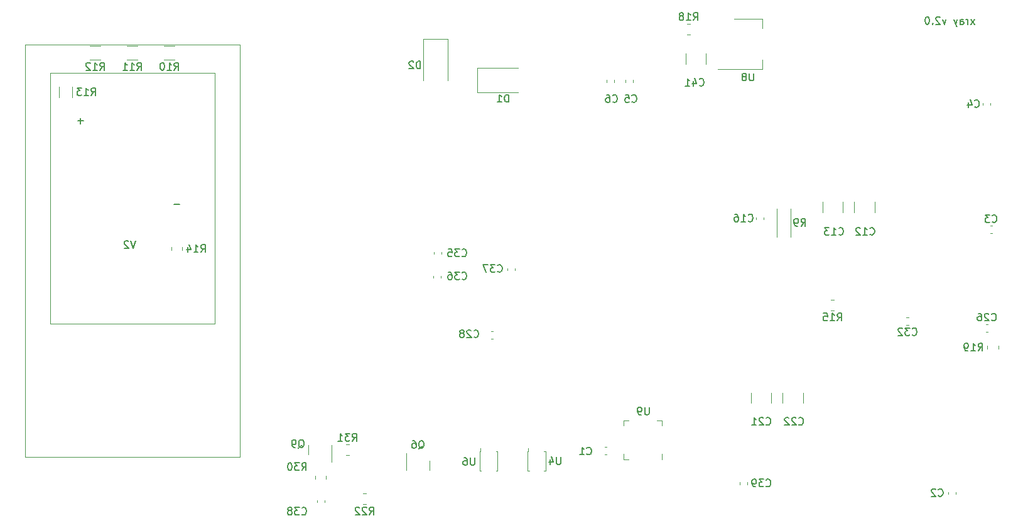
<source format=gbr>
%TF.GenerationSoftware,KiCad,Pcbnew,7.0.6-7.0.6~ubuntu22.04.1*%
%TF.CreationDate,2023-08-07T17:22:59+03:00*%
%TF.ProjectId,xray-v2,78726179-2d76-4322-9e6b-696361645f70,rev?*%
%TF.SameCoordinates,Original*%
%TF.FileFunction,Legend,Bot*%
%TF.FilePolarity,Positive*%
%FSLAX46Y46*%
G04 Gerber Fmt 4.6, Leading zero omitted, Abs format (unit mm)*
G04 Created by KiCad (PCBNEW 7.0.6-7.0.6~ubuntu22.04.1) date 2023-08-07 17:22:59*
%MOMM*%
%LPD*%
G01*
G04 APERTURE LIST*
%ADD10C,0.150000*%
%ADD11C,0.120000*%
G04 APERTURE END LIST*
D10*
X233558458Y-67669819D02*
X233034649Y-67003152D01*
X233558458Y-67003152D02*
X233034649Y-67669819D01*
X232653696Y-67669819D02*
X232653696Y-67003152D01*
X232653696Y-67193628D02*
X232606077Y-67098390D01*
X232606077Y-67098390D02*
X232558458Y-67050771D01*
X232558458Y-67050771D02*
X232463220Y-67003152D01*
X232463220Y-67003152D02*
X232367982Y-67003152D01*
X231606077Y-67669819D02*
X231606077Y-67146009D01*
X231606077Y-67146009D02*
X231653696Y-67050771D01*
X231653696Y-67050771D02*
X231748934Y-67003152D01*
X231748934Y-67003152D02*
X231939410Y-67003152D01*
X231939410Y-67003152D02*
X232034648Y-67050771D01*
X231606077Y-67622200D02*
X231701315Y-67669819D01*
X231701315Y-67669819D02*
X231939410Y-67669819D01*
X231939410Y-67669819D02*
X232034648Y-67622200D01*
X232034648Y-67622200D02*
X232082267Y-67526961D01*
X232082267Y-67526961D02*
X232082267Y-67431723D01*
X232082267Y-67431723D02*
X232034648Y-67336485D01*
X232034648Y-67336485D02*
X231939410Y-67288866D01*
X231939410Y-67288866D02*
X231701315Y-67288866D01*
X231701315Y-67288866D02*
X231606077Y-67241247D01*
X231225124Y-67003152D02*
X230987029Y-67669819D01*
X230748934Y-67003152D02*
X230987029Y-67669819D01*
X230987029Y-67669819D02*
X231082267Y-67907914D01*
X231082267Y-67907914D02*
X231129886Y-67955533D01*
X231129886Y-67955533D02*
X231225124Y-68003152D01*
X229701314Y-67003152D02*
X229463219Y-67669819D01*
X229463219Y-67669819D02*
X229225124Y-67003152D01*
X228891790Y-66765057D02*
X228844171Y-66717438D01*
X228844171Y-66717438D02*
X228748933Y-66669819D01*
X228748933Y-66669819D02*
X228510838Y-66669819D01*
X228510838Y-66669819D02*
X228415600Y-66717438D01*
X228415600Y-66717438D02*
X228367981Y-66765057D01*
X228367981Y-66765057D02*
X228320362Y-66860295D01*
X228320362Y-66860295D02*
X228320362Y-66955533D01*
X228320362Y-66955533D02*
X228367981Y-67098390D01*
X228367981Y-67098390D02*
X228939409Y-67669819D01*
X228939409Y-67669819D02*
X228320362Y-67669819D01*
X227891790Y-67574580D02*
X227844171Y-67622200D01*
X227844171Y-67622200D02*
X227891790Y-67669819D01*
X227891790Y-67669819D02*
X227939409Y-67622200D01*
X227939409Y-67622200D02*
X227891790Y-67574580D01*
X227891790Y-67574580D02*
X227891790Y-67669819D01*
X227225124Y-66669819D02*
X227129886Y-66669819D01*
X227129886Y-66669819D02*
X227034648Y-66717438D01*
X227034648Y-66717438D02*
X226987029Y-66765057D01*
X226987029Y-66765057D02*
X226939410Y-66860295D01*
X226939410Y-66860295D02*
X226891791Y-67050771D01*
X226891791Y-67050771D02*
X226891791Y-67288866D01*
X226891791Y-67288866D02*
X226939410Y-67479342D01*
X226939410Y-67479342D02*
X226987029Y-67574580D01*
X226987029Y-67574580D02*
X227034648Y-67622200D01*
X227034648Y-67622200D02*
X227129886Y-67669819D01*
X227129886Y-67669819D02*
X227225124Y-67669819D01*
X227225124Y-67669819D02*
X227320362Y-67622200D01*
X227320362Y-67622200D02*
X227367981Y-67574580D01*
X227367981Y-67574580D02*
X227415600Y-67479342D01*
X227415600Y-67479342D02*
X227463219Y-67288866D01*
X227463219Y-67288866D02*
X227463219Y-67050771D01*
X227463219Y-67050771D02*
X227415600Y-66860295D01*
X227415600Y-66860295D02*
X227367981Y-66765057D01*
X227367981Y-66765057D02*
X227320362Y-66717438D01*
X227320362Y-66717438D02*
X227225124Y-66669819D01*
X177761904Y-125954819D02*
X177761904Y-126764342D01*
X177761904Y-126764342D02*
X177714285Y-126859580D01*
X177714285Y-126859580D02*
X177666666Y-126907200D01*
X177666666Y-126907200D02*
X177571428Y-126954819D01*
X177571428Y-126954819D02*
X177380952Y-126954819D01*
X177380952Y-126954819D02*
X177285714Y-126907200D01*
X177285714Y-126907200D02*
X177238095Y-126859580D01*
X177238095Y-126859580D02*
X177190476Y-126764342D01*
X177190476Y-126764342D02*
X177190476Y-125954819D01*
X176285714Y-126288152D02*
X176285714Y-126954819D01*
X176523809Y-125907200D02*
X176761904Y-126621485D01*
X176761904Y-126621485D02*
X176142857Y-126621485D01*
X114442857Y-77254819D02*
X114776190Y-76778628D01*
X115014285Y-77254819D02*
X115014285Y-76254819D01*
X115014285Y-76254819D02*
X114633333Y-76254819D01*
X114633333Y-76254819D02*
X114538095Y-76302438D01*
X114538095Y-76302438D02*
X114490476Y-76350057D01*
X114490476Y-76350057D02*
X114442857Y-76445295D01*
X114442857Y-76445295D02*
X114442857Y-76588152D01*
X114442857Y-76588152D02*
X114490476Y-76683390D01*
X114490476Y-76683390D02*
X114538095Y-76731009D01*
X114538095Y-76731009D02*
X114633333Y-76778628D01*
X114633333Y-76778628D02*
X115014285Y-76778628D01*
X113490476Y-77254819D02*
X114061904Y-77254819D01*
X113776190Y-77254819D02*
X113776190Y-76254819D01*
X113776190Y-76254819D02*
X113871428Y-76397676D01*
X113871428Y-76397676D02*
X113966666Y-76492914D01*
X113966666Y-76492914D02*
X114061904Y-76540533D01*
X113157142Y-76254819D02*
X112538095Y-76254819D01*
X112538095Y-76254819D02*
X112871428Y-76635771D01*
X112871428Y-76635771D02*
X112728571Y-76635771D01*
X112728571Y-76635771D02*
X112633333Y-76683390D01*
X112633333Y-76683390D02*
X112585714Y-76731009D01*
X112585714Y-76731009D02*
X112538095Y-76826247D01*
X112538095Y-76826247D02*
X112538095Y-77064342D01*
X112538095Y-77064342D02*
X112585714Y-77159580D01*
X112585714Y-77159580D02*
X112633333Y-77207200D01*
X112633333Y-77207200D02*
X112728571Y-77254819D01*
X112728571Y-77254819D02*
X113014285Y-77254819D01*
X113014285Y-77254819D02*
X113109523Y-77207200D01*
X113109523Y-77207200D02*
X113157142Y-77159580D01*
X235941666Y-94254580D02*
X235989285Y-94302200D01*
X235989285Y-94302200D02*
X236132142Y-94349819D01*
X236132142Y-94349819D02*
X236227380Y-94349819D01*
X236227380Y-94349819D02*
X236370237Y-94302200D01*
X236370237Y-94302200D02*
X236465475Y-94206961D01*
X236465475Y-94206961D02*
X236513094Y-94111723D01*
X236513094Y-94111723D02*
X236560713Y-93921247D01*
X236560713Y-93921247D02*
X236560713Y-93778390D01*
X236560713Y-93778390D02*
X236513094Y-93587914D01*
X236513094Y-93587914D02*
X236465475Y-93492676D01*
X236465475Y-93492676D02*
X236370237Y-93397438D01*
X236370237Y-93397438D02*
X236227380Y-93349819D01*
X236227380Y-93349819D02*
X236132142Y-93349819D01*
X236132142Y-93349819D02*
X235989285Y-93397438D01*
X235989285Y-93397438D02*
X235941666Y-93445057D01*
X235608332Y-93349819D02*
X234989285Y-93349819D01*
X234989285Y-93349819D02*
X235322618Y-93730771D01*
X235322618Y-93730771D02*
X235179761Y-93730771D01*
X235179761Y-93730771D02*
X235084523Y-93778390D01*
X235084523Y-93778390D02*
X235036904Y-93826009D01*
X235036904Y-93826009D02*
X234989285Y-93921247D01*
X234989285Y-93921247D02*
X234989285Y-94159342D01*
X234989285Y-94159342D02*
X235036904Y-94254580D01*
X235036904Y-94254580D02*
X235084523Y-94302200D01*
X235084523Y-94302200D02*
X235179761Y-94349819D01*
X235179761Y-94349819D02*
X235465475Y-94349819D01*
X235465475Y-94349819D02*
X235560713Y-94302200D01*
X235560713Y-94302200D02*
X235608332Y-94254580D01*
X166042857Y-109759580D02*
X166090476Y-109807200D01*
X166090476Y-109807200D02*
X166233333Y-109854819D01*
X166233333Y-109854819D02*
X166328571Y-109854819D01*
X166328571Y-109854819D02*
X166471428Y-109807200D01*
X166471428Y-109807200D02*
X166566666Y-109711961D01*
X166566666Y-109711961D02*
X166614285Y-109616723D01*
X166614285Y-109616723D02*
X166661904Y-109426247D01*
X166661904Y-109426247D02*
X166661904Y-109283390D01*
X166661904Y-109283390D02*
X166614285Y-109092914D01*
X166614285Y-109092914D02*
X166566666Y-108997676D01*
X166566666Y-108997676D02*
X166471428Y-108902438D01*
X166471428Y-108902438D02*
X166328571Y-108854819D01*
X166328571Y-108854819D02*
X166233333Y-108854819D01*
X166233333Y-108854819D02*
X166090476Y-108902438D01*
X166090476Y-108902438D02*
X166042857Y-108950057D01*
X165661904Y-108950057D02*
X165614285Y-108902438D01*
X165614285Y-108902438D02*
X165519047Y-108854819D01*
X165519047Y-108854819D02*
X165280952Y-108854819D01*
X165280952Y-108854819D02*
X165185714Y-108902438D01*
X165185714Y-108902438D02*
X165138095Y-108950057D01*
X165138095Y-108950057D02*
X165090476Y-109045295D01*
X165090476Y-109045295D02*
X165090476Y-109140533D01*
X165090476Y-109140533D02*
X165138095Y-109283390D01*
X165138095Y-109283390D02*
X165709523Y-109854819D01*
X165709523Y-109854819D02*
X165090476Y-109854819D01*
X164519047Y-109283390D02*
X164614285Y-109235771D01*
X164614285Y-109235771D02*
X164661904Y-109188152D01*
X164661904Y-109188152D02*
X164709523Y-109092914D01*
X164709523Y-109092914D02*
X164709523Y-109045295D01*
X164709523Y-109045295D02*
X164661904Y-108950057D01*
X164661904Y-108950057D02*
X164614285Y-108902438D01*
X164614285Y-108902438D02*
X164519047Y-108854819D01*
X164519047Y-108854819D02*
X164328571Y-108854819D01*
X164328571Y-108854819D02*
X164233333Y-108902438D01*
X164233333Y-108902438D02*
X164185714Y-108950057D01*
X164185714Y-108950057D02*
X164138095Y-109045295D01*
X164138095Y-109045295D02*
X164138095Y-109092914D01*
X164138095Y-109092914D02*
X164185714Y-109188152D01*
X164185714Y-109188152D02*
X164233333Y-109235771D01*
X164233333Y-109235771D02*
X164328571Y-109283390D01*
X164328571Y-109283390D02*
X164519047Y-109283390D01*
X164519047Y-109283390D02*
X164614285Y-109331009D01*
X164614285Y-109331009D02*
X164661904Y-109378628D01*
X164661904Y-109378628D02*
X164709523Y-109473866D01*
X164709523Y-109473866D02*
X164709523Y-109664342D01*
X164709523Y-109664342D02*
X164661904Y-109759580D01*
X164661904Y-109759580D02*
X164614285Y-109807200D01*
X164614285Y-109807200D02*
X164519047Y-109854819D01*
X164519047Y-109854819D02*
X164328571Y-109854819D01*
X164328571Y-109854819D02*
X164233333Y-109807200D01*
X164233333Y-109807200D02*
X164185714Y-109759580D01*
X164185714Y-109759580D02*
X164138095Y-109664342D01*
X164138095Y-109664342D02*
X164138095Y-109473866D01*
X164138095Y-109473866D02*
X164185714Y-109378628D01*
X164185714Y-109378628D02*
X164233333Y-109331009D01*
X164233333Y-109331009D02*
X164328571Y-109283390D01*
X215042857Y-107604819D02*
X215376190Y-107128628D01*
X215614285Y-107604819D02*
X215614285Y-106604819D01*
X215614285Y-106604819D02*
X215233333Y-106604819D01*
X215233333Y-106604819D02*
X215138095Y-106652438D01*
X215138095Y-106652438D02*
X215090476Y-106700057D01*
X215090476Y-106700057D02*
X215042857Y-106795295D01*
X215042857Y-106795295D02*
X215042857Y-106938152D01*
X215042857Y-106938152D02*
X215090476Y-107033390D01*
X215090476Y-107033390D02*
X215138095Y-107081009D01*
X215138095Y-107081009D02*
X215233333Y-107128628D01*
X215233333Y-107128628D02*
X215614285Y-107128628D01*
X214090476Y-107604819D02*
X214661904Y-107604819D01*
X214376190Y-107604819D02*
X214376190Y-106604819D01*
X214376190Y-106604819D02*
X214471428Y-106747676D01*
X214471428Y-106747676D02*
X214566666Y-106842914D01*
X214566666Y-106842914D02*
X214661904Y-106890533D01*
X213185714Y-106604819D02*
X213661904Y-106604819D01*
X213661904Y-106604819D02*
X213709523Y-107081009D01*
X213709523Y-107081009D02*
X213661904Y-107033390D01*
X213661904Y-107033390D02*
X213566666Y-106985771D01*
X213566666Y-106985771D02*
X213328571Y-106985771D01*
X213328571Y-106985771D02*
X213233333Y-107033390D01*
X213233333Y-107033390D02*
X213185714Y-107081009D01*
X213185714Y-107081009D02*
X213138095Y-107176247D01*
X213138095Y-107176247D02*
X213138095Y-107414342D01*
X213138095Y-107414342D02*
X213185714Y-107509580D01*
X213185714Y-107509580D02*
X213233333Y-107557200D01*
X213233333Y-107557200D02*
X213328571Y-107604819D01*
X213328571Y-107604819D02*
X213566666Y-107604819D01*
X213566666Y-107604819D02*
X213661904Y-107557200D01*
X213661904Y-107557200D02*
X213709523Y-107509580D01*
X195642857Y-67129819D02*
X195976190Y-66653628D01*
X196214285Y-67129819D02*
X196214285Y-66129819D01*
X196214285Y-66129819D02*
X195833333Y-66129819D01*
X195833333Y-66129819D02*
X195738095Y-66177438D01*
X195738095Y-66177438D02*
X195690476Y-66225057D01*
X195690476Y-66225057D02*
X195642857Y-66320295D01*
X195642857Y-66320295D02*
X195642857Y-66463152D01*
X195642857Y-66463152D02*
X195690476Y-66558390D01*
X195690476Y-66558390D02*
X195738095Y-66606009D01*
X195738095Y-66606009D02*
X195833333Y-66653628D01*
X195833333Y-66653628D02*
X196214285Y-66653628D01*
X194690476Y-67129819D02*
X195261904Y-67129819D01*
X194976190Y-67129819D02*
X194976190Y-66129819D01*
X194976190Y-66129819D02*
X195071428Y-66272676D01*
X195071428Y-66272676D02*
X195166666Y-66367914D01*
X195166666Y-66367914D02*
X195261904Y-66415533D01*
X194119047Y-66558390D02*
X194214285Y-66510771D01*
X194214285Y-66510771D02*
X194261904Y-66463152D01*
X194261904Y-66463152D02*
X194309523Y-66367914D01*
X194309523Y-66367914D02*
X194309523Y-66320295D01*
X194309523Y-66320295D02*
X194261904Y-66225057D01*
X194261904Y-66225057D02*
X194214285Y-66177438D01*
X194214285Y-66177438D02*
X194119047Y-66129819D01*
X194119047Y-66129819D02*
X193928571Y-66129819D01*
X193928571Y-66129819D02*
X193833333Y-66177438D01*
X193833333Y-66177438D02*
X193785714Y-66225057D01*
X193785714Y-66225057D02*
X193738095Y-66320295D01*
X193738095Y-66320295D02*
X193738095Y-66367914D01*
X193738095Y-66367914D02*
X193785714Y-66463152D01*
X193785714Y-66463152D02*
X193833333Y-66510771D01*
X193833333Y-66510771D02*
X193928571Y-66558390D01*
X193928571Y-66558390D02*
X194119047Y-66558390D01*
X194119047Y-66558390D02*
X194214285Y-66606009D01*
X194214285Y-66606009D02*
X194261904Y-66653628D01*
X194261904Y-66653628D02*
X194309523Y-66748866D01*
X194309523Y-66748866D02*
X194309523Y-66939342D01*
X194309523Y-66939342D02*
X194261904Y-67034580D01*
X194261904Y-67034580D02*
X194214285Y-67082200D01*
X194214285Y-67082200D02*
X194119047Y-67129819D01*
X194119047Y-67129819D02*
X193928571Y-67129819D01*
X193928571Y-67129819D02*
X193833333Y-67082200D01*
X193833333Y-67082200D02*
X193785714Y-67034580D01*
X193785714Y-67034580D02*
X193738095Y-66939342D01*
X193738095Y-66939342D02*
X193738095Y-66748866D01*
X193738095Y-66748866D02*
X193785714Y-66653628D01*
X193785714Y-66653628D02*
X193833333Y-66606009D01*
X193833333Y-66606009D02*
X193928571Y-66558390D01*
X164442857Y-98859580D02*
X164490476Y-98907200D01*
X164490476Y-98907200D02*
X164633333Y-98954819D01*
X164633333Y-98954819D02*
X164728571Y-98954819D01*
X164728571Y-98954819D02*
X164871428Y-98907200D01*
X164871428Y-98907200D02*
X164966666Y-98811961D01*
X164966666Y-98811961D02*
X165014285Y-98716723D01*
X165014285Y-98716723D02*
X165061904Y-98526247D01*
X165061904Y-98526247D02*
X165061904Y-98383390D01*
X165061904Y-98383390D02*
X165014285Y-98192914D01*
X165014285Y-98192914D02*
X164966666Y-98097676D01*
X164966666Y-98097676D02*
X164871428Y-98002438D01*
X164871428Y-98002438D02*
X164728571Y-97954819D01*
X164728571Y-97954819D02*
X164633333Y-97954819D01*
X164633333Y-97954819D02*
X164490476Y-98002438D01*
X164490476Y-98002438D02*
X164442857Y-98050057D01*
X164109523Y-97954819D02*
X163490476Y-97954819D01*
X163490476Y-97954819D02*
X163823809Y-98335771D01*
X163823809Y-98335771D02*
X163680952Y-98335771D01*
X163680952Y-98335771D02*
X163585714Y-98383390D01*
X163585714Y-98383390D02*
X163538095Y-98431009D01*
X163538095Y-98431009D02*
X163490476Y-98526247D01*
X163490476Y-98526247D02*
X163490476Y-98764342D01*
X163490476Y-98764342D02*
X163538095Y-98859580D01*
X163538095Y-98859580D02*
X163585714Y-98907200D01*
X163585714Y-98907200D02*
X163680952Y-98954819D01*
X163680952Y-98954819D02*
X163966666Y-98954819D01*
X163966666Y-98954819D02*
X164061904Y-98907200D01*
X164061904Y-98907200D02*
X164109523Y-98859580D01*
X162585714Y-97954819D02*
X163061904Y-97954819D01*
X163061904Y-97954819D02*
X163109523Y-98431009D01*
X163109523Y-98431009D02*
X163061904Y-98383390D01*
X163061904Y-98383390D02*
X162966666Y-98335771D01*
X162966666Y-98335771D02*
X162728571Y-98335771D01*
X162728571Y-98335771D02*
X162633333Y-98383390D01*
X162633333Y-98383390D02*
X162585714Y-98431009D01*
X162585714Y-98431009D02*
X162538095Y-98526247D01*
X162538095Y-98526247D02*
X162538095Y-98764342D01*
X162538095Y-98764342D02*
X162585714Y-98859580D01*
X162585714Y-98859580D02*
X162633333Y-98907200D01*
X162633333Y-98907200D02*
X162728571Y-98954819D01*
X162728571Y-98954819D02*
X162966666Y-98954819D01*
X162966666Y-98954819D02*
X163061904Y-98907200D01*
X163061904Y-98907200D02*
X163109523Y-98859580D01*
X234042857Y-111654819D02*
X234376190Y-111178628D01*
X234614285Y-111654819D02*
X234614285Y-110654819D01*
X234614285Y-110654819D02*
X234233333Y-110654819D01*
X234233333Y-110654819D02*
X234138095Y-110702438D01*
X234138095Y-110702438D02*
X234090476Y-110750057D01*
X234090476Y-110750057D02*
X234042857Y-110845295D01*
X234042857Y-110845295D02*
X234042857Y-110988152D01*
X234042857Y-110988152D02*
X234090476Y-111083390D01*
X234090476Y-111083390D02*
X234138095Y-111131009D01*
X234138095Y-111131009D02*
X234233333Y-111178628D01*
X234233333Y-111178628D02*
X234614285Y-111178628D01*
X233090476Y-111654819D02*
X233661904Y-111654819D01*
X233376190Y-111654819D02*
X233376190Y-110654819D01*
X233376190Y-110654819D02*
X233471428Y-110797676D01*
X233471428Y-110797676D02*
X233566666Y-110892914D01*
X233566666Y-110892914D02*
X233661904Y-110940533D01*
X232614285Y-111654819D02*
X232423809Y-111654819D01*
X232423809Y-111654819D02*
X232328571Y-111607200D01*
X232328571Y-111607200D02*
X232280952Y-111559580D01*
X232280952Y-111559580D02*
X232185714Y-111416723D01*
X232185714Y-111416723D02*
X232138095Y-111226247D01*
X232138095Y-111226247D02*
X232138095Y-110845295D01*
X232138095Y-110845295D02*
X232185714Y-110750057D01*
X232185714Y-110750057D02*
X232233333Y-110702438D01*
X232233333Y-110702438D02*
X232328571Y-110654819D01*
X232328571Y-110654819D02*
X232519047Y-110654819D01*
X232519047Y-110654819D02*
X232614285Y-110702438D01*
X232614285Y-110702438D02*
X232661904Y-110750057D01*
X232661904Y-110750057D02*
X232709523Y-110845295D01*
X232709523Y-110845295D02*
X232709523Y-111083390D01*
X232709523Y-111083390D02*
X232661904Y-111178628D01*
X232661904Y-111178628D02*
X232614285Y-111226247D01*
X232614285Y-111226247D02*
X232519047Y-111273866D01*
X232519047Y-111273866D02*
X232328571Y-111273866D01*
X232328571Y-111273866D02*
X232233333Y-111226247D01*
X232233333Y-111226247D02*
X232185714Y-111178628D01*
X232185714Y-111178628D02*
X232138095Y-111083390D01*
X170738094Y-78154819D02*
X170738094Y-77154819D01*
X170738094Y-77154819D02*
X170499999Y-77154819D01*
X170499999Y-77154819D02*
X170357142Y-77202438D01*
X170357142Y-77202438D02*
X170261904Y-77297676D01*
X170261904Y-77297676D02*
X170214285Y-77392914D01*
X170214285Y-77392914D02*
X170166666Y-77583390D01*
X170166666Y-77583390D02*
X170166666Y-77726247D01*
X170166666Y-77726247D02*
X170214285Y-77916723D01*
X170214285Y-77916723D02*
X170261904Y-78011961D01*
X170261904Y-78011961D02*
X170357142Y-78107200D01*
X170357142Y-78107200D02*
X170499999Y-78154819D01*
X170499999Y-78154819D02*
X170738094Y-78154819D01*
X169214285Y-78154819D02*
X169785713Y-78154819D01*
X169499999Y-78154819D02*
X169499999Y-77154819D01*
X169499999Y-77154819D02*
X169595237Y-77297676D01*
X169595237Y-77297676D02*
X169690475Y-77392914D01*
X169690475Y-77392914D02*
X169785713Y-77440533D01*
X166161904Y-126054819D02*
X166161904Y-126864342D01*
X166161904Y-126864342D02*
X166114285Y-126959580D01*
X166114285Y-126959580D02*
X166066666Y-127007200D01*
X166066666Y-127007200D02*
X165971428Y-127054819D01*
X165971428Y-127054819D02*
X165780952Y-127054819D01*
X165780952Y-127054819D02*
X165685714Y-127007200D01*
X165685714Y-127007200D02*
X165638095Y-126959580D01*
X165638095Y-126959580D02*
X165590476Y-126864342D01*
X165590476Y-126864342D02*
X165590476Y-126054819D01*
X164685714Y-126054819D02*
X164876190Y-126054819D01*
X164876190Y-126054819D02*
X164971428Y-126102438D01*
X164971428Y-126102438D02*
X165019047Y-126150057D01*
X165019047Y-126150057D02*
X165114285Y-126292914D01*
X165114285Y-126292914D02*
X165161904Y-126483390D01*
X165161904Y-126483390D02*
X165161904Y-126864342D01*
X165161904Y-126864342D02*
X165114285Y-126959580D01*
X165114285Y-126959580D02*
X165066666Y-127007200D01*
X165066666Y-127007200D02*
X164971428Y-127054819D01*
X164971428Y-127054819D02*
X164780952Y-127054819D01*
X164780952Y-127054819D02*
X164685714Y-127007200D01*
X164685714Y-127007200D02*
X164638095Y-126959580D01*
X164638095Y-126959580D02*
X164590476Y-126864342D01*
X164590476Y-126864342D02*
X164590476Y-126626247D01*
X164590476Y-126626247D02*
X164638095Y-126531009D01*
X164638095Y-126531009D02*
X164685714Y-126483390D01*
X164685714Y-126483390D02*
X164780952Y-126435771D01*
X164780952Y-126435771D02*
X164971428Y-126435771D01*
X164971428Y-126435771D02*
X165066666Y-126483390D01*
X165066666Y-126483390D02*
X165114285Y-126531009D01*
X165114285Y-126531009D02*
X165161904Y-126626247D01*
X187366666Y-78084580D02*
X187414285Y-78132200D01*
X187414285Y-78132200D02*
X187557142Y-78179819D01*
X187557142Y-78179819D02*
X187652380Y-78179819D01*
X187652380Y-78179819D02*
X187795237Y-78132200D01*
X187795237Y-78132200D02*
X187890475Y-78036961D01*
X187890475Y-78036961D02*
X187938094Y-77941723D01*
X187938094Y-77941723D02*
X187985713Y-77751247D01*
X187985713Y-77751247D02*
X187985713Y-77608390D01*
X187985713Y-77608390D02*
X187938094Y-77417914D01*
X187938094Y-77417914D02*
X187890475Y-77322676D01*
X187890475Y-77322676D02*
X187795237Y-77227438D01*
X187795237Y-77227438D02*
X187652380Y-77179819D01*
X187652380Y-77179819D02*
X187557142Y-77179819D01*
X187557142Y-77179819D02*
X187414285Y-77227438D01*
X187414285Y-77227438D02*
X187366666Y-77275057D01*
X186461904Y-77179819D02*
X186938094Y-77179819D01*
X186938094Y-77179819D02*
X186985713Y-77656009D01*
X186985713Y-77656009D02*
X186938094Y-77608390D01*
X186938094Y-77608390D02*
X186842856Y-77560771D01*
X186842856Y-77560771D02*
X186604761Y-77560771D01*
X186604761Y-77560771D02*
X186509523Y-77608390D01*
X186509523Y-77608390D02*
X186461904Y-77656009D01*
X186461904Y-77656009D02*
X186414285Y-77751247D01*
X186414285Y-77751247D02*
X186414285Y-77989342D01*
X186414285Y-77989342D02*
X186461904Y-78084580D01*
X186461904Y-78084580D02*
X186509523Y-78132200D01*
X186509523Y-78132200D02*
X186604761Y-78179819D01*
X186604761Y-78179819D02*
X186842856Y-78179819D01*
X186842856Y-78179819D02*
X186938094Y-78132200D01*
X186938094Y-78132200D02*
X186985713Y-78084580D01*
X151942857Y-133704819D02*
X152276190Y-133228628D01*
X152514285Y-133704819D02*
X152514285Y-132704819D01*
X152514285Y-132704819D02*
X152133333Y-132704819D01*
X152133333Y-132704819D02*
X152038095Y-132752438D01*
X152038095Y-132752438D02*
X151990476Y-132800057D01*
X151990476Y-132800057D02*
X151942857Y-132895295D01*
X151942857Y-132895295D02*
X151942857Y-133038152D01*
X151942857Y-133038152D02*
X151990476Y-133133390D01*
X151990476Y-133133390D02*
X152038095Y-133181009D01*
X152038095Y-133181009D02*
X152133333Y-133228628D01*
X152133333Y-133228628D02*
X152514285Y-133228628D01*
X151561904Y-132800057D02*
X151514285Y-132752438D01*
X151514285Y-132752438D02*
X151419047Y-132704819D01*
X151419047Y-132704819D02*
X151180952Y-132704819D01*
X151180952Y-132704819D02*
X151085714Y-132752438D01*
X151085714Y-132752438D02*
X151038095Y-132800057D01*
X151038095Y-132800057D02*
X150990476Y-132895295D01*
X150990476Y-132895295D02*
X150990476Y-132990533D01*
X150990476Y-132990533D02*
X151038095Y-133133390D01*
X151038095Y-133133390D02*
X151609523Y-133704819D01*
X151609523Y-133704819D02*
X150990476Y-133704819D01*
X150609523Y-132800057D02*
X150561904Y-132752438D01*
X150561904Y-132752438D02*
X150466666Y-132704819D01*
X150466666Y-132704819D02*
X150228571Y-132704819D01*
X150228571Y-132704819D02*
X150133333Y-132752438D01*
X150133333Y-132752438D02*
X150085714Y-132800057D01*
X150085714Y-132800057D02*
X150038095Y-132895295D01*
X150038095Y-132895295D02*
X150038095Y-132990533D01*
X150038095Y-132990533D02*
X150085714Y-133133390D01*
X150085714Y-133133390D02*
X150657142Y-133704819D01*
X150657142Y-133704819D02*
X150038095Y-133704819D01*
X189662401Y-119254819D02*
X189662401Y-120064342D01*
X189662401Y-120064342D02*
X189614782Y-120159580D01*
X189614782Y-120159580D02*
X189567163Y-120207200D01*
X189567163Y-120207200D02*
X189471925Y-120254819D01*
X189471925Y-120254819D02*
X189281449Y-120254819D01*
X189281449Y-120254819D02*
X189186211Y-120207200D01*
X189186211Y-120207200D02*
X189138592Y-120159580D01*
X189138592Y-120159580D02*
X189090973Y-120064342D01*
X189090973Y-120064342D02*
X189090973Y-119254819D01*
X188567163Y-120254819D02*
X188376687Y-120254819D01*
X188376687Y-120254819D02*
X188281449Y-120207200D01*
X188281449Y-120207200D02*
X188233830Y-120159580D01*
X188233830Y-120159580D02*
X188138592Y-120016723D01*
X188138592Y-120016723D02*
X188090973Y-119826247D01*
X188090973Y-119826247D02*
X188090973Y-119445295D01*
X188090973Y-119445295D02*
X188138592Y-119350057D01*
X188138592Y-119350057D02*
X188186211Y-119302438D01*
X188186211Y-119302438D02*
X188281449Y-119254819D01*
X188281449Y-119254819D02*
X188471925Y-119254819D01*
X188471925Y-119254819D02*
X188567163Y-119302438D01*
X188567163Y-119302438D02*
X188614782Y-119350057D01*
X188614782Y-119350057D02*
X188662401Y-119445295D01*
X188662401Y-119445295D02*
X188662401Y-119683390D01*
X188662401Y-119683390D02*
X188614782Y-119778628D01*
X188614782Y-119778628D02*
X188567163Y-119826247D01*
X188567163Y-119826247D02*
X188471925Y-119873866D01*
X188471925Y-119873866D02*
X188281449Y-119873866D01*
X188281449Y-119873866D02*
X188186211Y-119826247D01*
X188186211Y-119826247D02*
X188138592Y-119778628D01*
X188138592Y-119778628D02*
X188090973Y-119683390D01*
X205442857Y-121559580D02*
X205490476Y-121607200D01*
X205490476Y-121607200D02*
X205633333Y-121654819D01*
X205633333Y-121654819D02*
X205728571Y-121654819D01*
X205728571Y-121654819D02*
X205871428Y-121607200D01*
X205871428Y-121607200D02*
X205966666Y-121511961D01*
X205966666Y-121511961D02*
X206014285Y-121416723D01*
X206014285Y-121416723D02*
X206061904Y-121226247D01*
X206061904Y-121226247D02*
X206061904Y-121083390D01*
X206061904Y-121083390D02*
X206014285Y-120892914D01*
X206014285Y-120892914D02*
X205966666Y-120797676D01*
X205966666Y-120797676D02*
X205871428Y-120702438D01*
X205871428Y-120702438D02*
X205728571Y-120654819D01*
X205728571Y-120654819D02*
X205633333Y-120654819D01*
X205633333Y-120654819D02*
X205490476Y-120702438D01*
X205490476Y-120702438D02*
X205442857Y-120750057D01*
X205061904Y-120750057D02*
X205014285Y-120702438D01*
X205014285Y-120702438D02*
X204919047Y-120654819D01*
X204919047Y-120654819D02*
X204680952Y-120654819D01*
X204680952Y-120654819D02*
X204585714Y-120702438D01*
X204585714Y-120702438D02*
X204538095Y-120750057D01*
X204538095Y-120750057D02*
X204490476Y-120845295D01*
X204490476Y-120845295D02*
X204490476Y-120940533D01*
X204490476Y-120940533D02*
X204538095Y-121083390D01*
X204538095Y-121083390D02*
X205109523Y-121654819D01*
X205109523Y-121654819D02*
X204490476Y-121654819D01*
X203538095Y-121654819D02*
X204109523Y-121654819D01*
X203823809Y-121654819D02*
X203823809Y-120654819D01*
X203823809Y-120654819D02*
X203919047Y-120797676D01*
X203919047Y-120797676D02*
X204014285Y-120892914D01*
X204014285Y-120892914D02*
X204109523Y-120940533D01*
X233566666Y-78759580D02*
X233614285Y-78807200D01*
X233614285Y-78807200D02*
X233757142Y-78854819D01*
X233757142Y-78854819D02*
X233852380Y-78854819D01*
X233852380Y-78854819D02*
X233995237Y-78807200D01*
X233995237Y-78807200D02*
X234090475Y-78711961D01*
X234090475Y-78711961D02*
X234138094Y-78616723D01*
X234138094Y-78616723D02*
X234185713Y-78426247D01*
X234185713Y-78426247D02*
X234185713Y-78283390D01*
X234185713Y-78283390D02*
X234138094Y-78092914D01*
X234138094Y-78092914D02*
X234090475Y-77997676D01*
X234090475Y-77997676D02*
X233995237Y-77902438D01*
X233995237Y-77902438D02*
X233852380Y-77854819D01*
X233852380Y-77854819D02*
X233757142Y-77854819D01*
X233757142Y-77854819D02*
X233614285Y-77902438D01*
X233614285Y-77902438D02*
X233566666Y-77950057D01*
X232709523Y-78188152D02*
X232709523Y-78854819D01*
X232947618Y-77807200D02*
X233185713Y-78521485D01*
X233185713Y-78521485D02*
X232566666Y-78521485D01*
X142842857Y-133659580D02*
X142890476Y-133707200D01*
X142890476Y-133707200D02*
X143033333Y-133754819D01*
X143033333Y-133754819D02*
X143128571Y-133754819D01*
X143128571Y-133754819D02*
X143271428Y-133707200D01*
X143271428Y-133707200D02*
X143366666Y-133611961D01*
X143366666Y-133611961D02*
X143414285Y-133516723D01*
X143414285Y-133516723D02*
X143461904Y-133326247D01*
X143461904Y-133326247D02*
X143461904Y-133183390D01*
X143461904Y-133183390D02*
X143414285Y-132992914D01*
X143414285Y-132992914D02*
X143366666Y-132897676D01*
X143366666Y-132897676D02*
X143271428Y-132802438D01*
X143271428Y-132802438D02*
X143128571Y-132754819D01*
X143128571Y-132754819D02*
X143033333Y-132754819D01*
X143033333Y-132754819D02*
X142890476Y-132802438D01*
X142890476Y-132802438D02*
X142842857Y-132850057D01*
X142509523Y-132754819D02*
X141890476Y-132754819D01*
X141890476Y-132754819D02*
X142223809Y-133135771D01*
X142223809Y-133135771D02*
X142080952Y-133135771D01*
X142080952Y-133135771D02*
X141985714Y-133183390D01*
X141985714Y-133183390D02*
X141938095Y-133231009D01*
X141938095Y-133231009D02*
X141890476Y-133326247D01*
X141890476Y-133326247D02*
X141890476Y-133564342D01*
X141890476Y-133564342D02*
X141938095Y-133659580D01*
X141938095Y-133659580D02*
X141985714Y-133707200D01*
X141985714Y-133707200D02*
X142080952Y-133754819D01*
X142080952Y-133754819D02*
X142366666Y-133754819D01*
X142366666Y-133754819D02*
X142461904Y-133707200D01*
X142461904Y-133707200D02*
X142509523Y-133659580D01*
X141319047Y-133183390D02*
X141414285Y-133135771D01*
X141414285Y-133135771D02*
X141461904Y-133088152D01*
X141461904Y-133088152D02*
X141509523Y-132992914D01*
X141509523Y-132992914D02*
X141509523Y-132945295D01*
X141509523Y-132945295D02*
X141461904Y-132850057D01*
X141461904Y-132850057D02*
X141414285Y-132802438D01*
X141414285Y-132802438D02*
X141319047Y-132754819D01*
X141319047Y-132754819D02*
X141128571Y-132754819D01*
X141128571Y-132754819D02*
X141033333Y-132802438D01*
X141033333Y-132802438D02*
X140985714Y-132850057D01*
X140985714Y-132850057D02*
X140938095Y-132945295D01*
X140938095Y-132945295D02*
X140938095Y-132992914D01*
X140938095Y-132992914D02*
X140985714Y-133088152D01*
X140985714Y-133088152D02*
X141033333Y-133135771D01*
X141033333Y-133135771D02*
X141128571Y-133183390D01*
X141128571Y-133183390D02*
X141319047Y-133183390D01*
X141319047Y-133183390D02*
X141414285Y-133231009D01*
X141414285Y-133231009D02*
X141461904Y-133278628D01*
X141461904Y-133278628D02*
X141509523Y-133373866D01*
X141509523Y-133373866D02*
X141509523Y-133564342D01*
X141509523Y-133564342D02*
X141461904Y-133659580D01*
X141461904Y-133659580D02*
X141414285Y-133707200D01*
X141414285Y-133707200D02*
X141319047Y-133754819D01*
X141319047Y-133754819D02*
X141128571Y-133754819D01*
X141128571Y-133754819D02*
X141033333Y-133707200D01*
X141033333Y-133707200D02*
X140985714Y-133659580D01*
X140985714Y-133659580D02*
X140938095Y-133564342D01*
X140938095Y-133564342D02*
X140938095Y-133373866D01*
X140938095Y-133373866D02*
X140985714Y-133278628D01*
X140985714Y-133278628D02*
X141033333Y-133231009D01*
X141033333Y-133231009D02*
X141128571Y-133183390D01*
X210166666Y-94854819D02*
X210499999Y-94378628D01*
X210738094Y-94854819D02*
X210738094Y-93854819D01*
X210738094Y-93854819D02*
X210357142Y-93854819D01*
X210357142Y-93854819D02*
X210261904Y-93902438D01*
X210261904Y-93902438D02*
X210214285Y-93950057D01*
X210214285Y-93950057D02*
X210166666Y-94045295D01*
X210166666Y-94045295D02*
X210166666Y-94188152D01*
X210166666Y-94188152D02*
X210214285Y-94283390D01*
X210214285Y-94283390D02*
X210261904Y-94331009D01*
X210261904Y-94331009D02*
X210357142Y-94378628D01*
X210357142Y-94378628D02*
X210738094Y-94378628D01*
X209690475Y-94854819D02*
X209499999Y-94854819D01*
X209499999Y-94854819D02*
X209404761Y-94807200D01*
X209404761Y-94807200D02*
X209357142Y-94759580D01*
X209357142Y-94759580D02*
X209261904Y-94616723D01*
X209261904Y-94616723D02*
X209214285Y-94426247D01*
X209214285Y-94426247D02*
X209214285Y-94045295D01*
X209214285Y-94045295D02*
X209261904Y-93950057D01*
X209261904Y-93950057D02*
X209309523Y-93902438D01*
X209309523Y-93902438D02*
X209404761Y-93854819D01*
X209404761Y-93854819D02*
X209595237Y-93854819D01*
X209595237Y-93854819D02*
X209690475Y-93902438D01*
X209690475Y-93902438D02*
X209738094Y-93950057D01*
X209738094Y-93950057D02*
X209785713Y-94045295D01*
X209785713Y-94045295D02*
X209785713Y-94283390D01*
X209785713Y-94283390D02*
X209738094Y-94378628D01*
X209738094Y-94378628D02*
X209690475Y-94426247D01*
X209690475Y-94426247D02*
X209595237Y-94473866D01*
X209595237Y-94473866D02*
X209404761Y-94473866D01*
X209404761Y-94473866D02*
X209309523Y-94426247D01*
X209309523Y-94426247D02*
X209261904Y-94378628D01*
X209261904Y-94378628D02*
X209214285Y-94283390D01*
X219442857Y-95959580D02*
X219490476Y-96007200D01*
X219490476Y-96007200D02*
X219633333Y-96054819D01*
X219633333Y-96054819D02*
X219728571Y-96054819D01*
X219728571Y-96054819D02*
X219871428Y-96007200D01*
X219871428Y-96007200D02*
X219966666Y-95911961D01*
X219966666Y-95911961D02*
X220014285Y-95816723D01*
X220014285Y-95816723D02*
X220061904Y-95626247D01*
X220061904Y-95626247D02*
X220061904Y-95483390D01*
X220061904Y-95483390D02*
X220014285Y-95292914D01*
X220014285Y-95292914D02*
X219966666Y-95197676D01*
X219966666Y-95197676D02*
X219871428Y-95102438D01*
X219871428Y-95102438D02*
X219728571Y-95054819D01*
X219728571Y-95054819D02*
X219633333Y-95054819D01*
X219633333Y-95054819D02*
X219490476Y-95102438D01*
X219490476Y-95102438D02*
X219442857Y-95150057D01*
X218490476Y-96054819D02*
X219061904Y-96054819D01*
X218776190Y-96054819D02*
X218776190Y-95054819D01*
X218776190Y-95054819D02*
X218871428Y-95197676D01*
X218871428Y-95197676D02*
X218966666Y-95292914D01*
X218966666Y-95292914D02*
X219061904Y-95340533D01*
X218109523Y-95150057D02*
X218061904Y-95102438D01*
X218061904Y-95102438D02*
X217966666Y-95054819D01*
X217966666Y-95054819D02*
X217728571Y-95054819D01*
X217728571Y-95054819D02*
X217633333Y-95102438D01*
X217633333Y-95102438D02*
X217585714Y-95150057D01*
X217585714Y-95150057D02*
X217538095Y-95245295D01*
X217538095Y-95245295D02*
X217538095Y-95340533D01*
X217538095Y-95340533D02*
X217585714Y-95483390D01*
X217585714Y-95483390D02*
X218157142Y-96054819D01*
X218157142Y-96054819D02*
X217538095Y-96054819D01*
X169242857Y-100959580D02*
X169290476Y-101007200D01*
X169290476Y-101007200D02*
X169433333Y-101054819D01*
X169433333Y-101054819D02*
X169528571Y-101054819D01*
X169528571Y-101054819D02*
X169671428Y-101007200D01*
X169671428Y-101007200D02*
X169766666Y-100911961D01*
X169766666Y-100911961D02*
X169814285Y-100816723D01*
X169814285Y-100816723D02*
X169861904Y-100626247D01*
X169861904Y-100626247D02*
X169861904Y-100483390D01*
X169861904Y-100483390D02*
X169814285Y-100292914D01*
X169814285Y-100292914D02*
X169766666Y-100197676D01*
X169766666Y-100197676D02*
X169671428Y-100102438D01*
X169671428Y-100102438D02*
X169528571Y-100054819D01*
X169528571Y-100054819D02*
X169433333Y-100054819D01*
X169433333Y-100054819D02*
X169290476Y-100102438D01*
X169290476Y-100102438D02*
X169242857Y-100150057D01*
X168909523Y-100054819D02*
X168290476Y-100054819D01*
X168290476Y-100054819D02*
X168623809Y-100435771D01*
X168623809Y-100435771D02*
X168480952Y-100435771D01*
X168480952Y-100435771D02*
X168385714Y-100483390D01*
X168385714Y-100483390D02*
X168338095Y-100531009D01*
X168338095Y-100531009D02*
X168290476Y-100626247D01*
X168290476Y-100626247D02*
X168290476Y-100864342D01*
X168290476Y-100864342D02*
X168338095Y-100959580D01*
X168338095Y-100959580D02*
X168385714Y-101007200D01*
X168385714Y-101007200D02*
X168480952Y-101054819D01*
X168480952Y-101054819D02*
X168766666Y-101054819D01*
X168766666Y-101054819D02*
X168861904Y-101007200D01*
X168861904Y-101007200D02*
X168909523Y-100959580D01*
X167957142Y-100054819D02*
X167290476Y-100054819D01*
X167290476Y-100054819D02*
X167719047Y-101054819D01*
X196442857Y-75884580D02*
X196490476Y-75932200D01*
X196490476Y-75932200D02*
X196633333Y-75979819D01*
X196633333Y-75979819D02*
X196728571Y-75979819D01*
X196728571Y-75979819D02*
X196871428Y-75932200D01*
X196871428Y-75932200D02*
X196966666Y-75836961D01*
X196966666Y-75836961D02*
X197014285Y-75741723D01*
X197014285Y-75741723D02*
X197061904Y-75551247D01*
X197061904Y-75551247D02*
X197061904Y-75408390D01*
X197061904Y-75408390D02*
X197014285Y-75217914D01*
X197014285Y-75217914D02*
X196966666Y-75122676D01*
X196966666Y-75122676D02*
X196871428Y-75027438D01*
X196871428Y-75027438D02*
X196728571Y-74979819D01*
X196728571Y-74979819D02*
X196633333Y-74979819D01*
X196633333Y-74979819D02*
X196490476Y-75027438D01*
X196490476Y-75027438D02*
X196442857Y-75075057D01*
X195585714Y-75313152D02*
X195585714Y-75979819D01*
X195823809Y-74932200D02*
X196061904Y-75646485D01*
X196061904Y-75646485D02*
X195442857Y-75646485D01*
X194538095Y-75979819D02*
X195109523Y-75979819D01*
X194823809Y-75979819D02*
X194823809Y-74979819D01*
X194823809Y-74979819D02*
X194919047Y-75122676D01*
X194919047Y-75122676D02*
X195014285Y-75217914D01*
X195014285Y-75217914D02*
X195109523Y-75265533D01*
X184766666Y-78084580D02*
X184814285Y-78132200D01*
X184814285Y-78132200D02*
X184957142Y-78179819D01*
X184957142Y-78179819D02*
X185052380Y-78179819D01*
X185052380Y-78179819D02*
X185195237Y-78132200D01*
X185195237Y-78132200D02*
X185290475Y-78036961D01*
X185290475Y-78036961D02*
X185338094Y-77941723D01*
X185338094Y-77941723D02*
X185385713Y-77751247D01*
X185385713Y-77751247D02*
X185385713Y-77608390D01*
X185385713Y-77608390D02*
X185338094Y-77417914D01*
X185338094Y-77417914D02*
X185290475Y-77322676D01*
X185290475Y-77322676D02*
X185195237Y-77227438D01*
X185195237Y-77227438D02*
X185052380Y-77179819D01*
X185052380Y-77179819D02*
X184957142Y-77179819D01*
X184957142Y-77179819D02*
X184814285Y-77227438D01*
X184814285Y-77227438D02*
X184766666Y-77275057D01*
X183909523Y-77179819D02*
X184099999Y-77179819D01*
X184099999Y-77179819D02*
X184195237Y-77227438D01*
X184195237Y-77227438D02*
X184242856Y-77275057D01*
X184242856Y-77275057D02*
X184338094Y-77417914D01*
X184338094Y-77417914D02*
X184385713Y-77608390D01*
X184385713Y-77608390D02*
X184385713Y-77989342D01*
X184385713Y-77989342D02*
X184338094Y-78084580D01*
X184338094Y-78084580D02*
X184290475Y-78132200D01*
X184290475Y-78132200D02*
X184195237Y-78179819D01*
X184195237Y-78179819D02*
X184004761Y-78179819D01*
X184004761Y-78179819D02*
X183909523Y-78132200D01*
X183909523Y-78132200D02*
X183861904Y-78084580D01*
X183861904Y-78084580D02*
X183814285Y-77989342D01*
X183814285Y-77989342D02*
X183814285Y-77751247D01*
X183814285Y-77751247D02*
X183861904Y-77656009D01*
X183861904Y-77656009D02*
X183909523Y-77608390D01*
X183909523Y-77608390D02*
X184004761Y-77560771D01*
X184004761Y-77560771D02*
X184195237Y-77560771D01*
X184195237Y-77560771D02*
X184290475Y-77608390D01*
X184290475Y-77608390D02*
X184338094Y-77656009D01*
X184338094Y-77656009D02*
X184385713Y-77751247D01*
X181267163Y-125559580D02*
X181314782Y-125607200D01*
X181314782Y-125607200D02*
X181457639Y-125654819D01*
X181457639Y-125654819D02*
X181552877Y-125654819D01*
X181552877Y-125654819D02*
X181695734Y-125607200D01*
X181695734Y-125607200D02*
X181790972Y-125511961D01*
X181790972Y-125511961D02*
X181838591Y-125416723D01*
X181838591Y-125416723D02*
X181886210Y-125226247D01*
X181886210Y-125226247D02*
X181886210Y-125083390D01*
X181886210Y-125083390D02*
X181838591Y-124892914D01*
X181838591Y-124892914D02*
X181790972Y-124797676D01*
X181790972Y-124797676D02*
X181695734Y-124702438D01*
X181695734Y-124702438D02*
X181552877Y-124654819D01*
X181552877Y-124654819D02*
X181457639Y-124654819D01*
X181457639Y-124654819D02*
X181314782Y-124702438D01*
X181314782Y-124702438D02*
X181267163Y-124750057D01*
X180314782Y-125654819D02*
X180886210Y-125654819D01*
X180600496Y-125654819D02*
X180600496Y-124654819D01*
X180600496Y-124654819D02*
X180695734Y-124797676D01*
X180695734Y-124797676D02*
X180790972Y-124892914D01*
X180790972Y-124892914D02*
X180886210Y-124940533D01*
X115642857Y-73854819D02*
X115976190Y-73378628D01*
X116214285Y-73854819D02*
X116214285Y-72854819D01*
X116214285Y-72854819D02*
X115833333Y-72854819D01*
X115833333Y-72854819D02*
X115738095Y-72902438D01*
X115738095Y-72902438D02*
X115690476Y-72950057D01*
X115690476Y-72950057D02*
X115642857Y-73045295D01*
X115642857Y-73045295D02*
X115642857Y-73188152D01*
X115642857Y-73188152D02*
X115690476Y-73283390D01*
X115690476Y-73283390D02*
X115738095Y-73331009D01*
X115738095Y-73331009D02*
X115833333Y-73378628D01*
X115833333Y-73378628D02*
X116214285Y-73378628D01*
X114690476Y-73854819D02*
X115261904Y-73854819D01*
X114976190Y-73854819D02*
X114976190Y-72854819D01*
X114976190Y-72854819D02*
X115071428Y-72997676D01*
X115071428Y-72997676D02*
X115166666Y-73092914D01*
X115166666Y-73092914D02*
X115261904Y-73140533D01*
X114309523Y-72950057D02*
X114261904Y-72902438D01*
X114261904Y-72902438D02*
X114166666Y-72854819D01*
X114166666Y-72854819D02*
X113928571Y-72854819D01*
X113928571Y-72854819D02*
X113833333Y-72902438D01*
X113833333Y-72902438D02*
X113785714Y-72950057D01*
X113785714Y-72950057D02*
X113738095Y-73045295D01*
X113738095Y-73045295D02*
X113738095Y-73140533D01*
X113738095Y-73140533D02*
X113785714Y-73283390D01*
X113785714Y-73283390D02*
X114357142Y-73854819D01*
X114357142Y-73854819D02*
X113738095Y-73854819D01*
X209842857Y-121559580D02*
X209890476Y-121607200D01*
X209890476Y-121607200D02*
X210033333Y-121654819D01*
X210033333Y-121654819D02*
X210128571Y-121654819D01*
X210128571Y-121654819D02*
X210271428Y-121607200D01*
X210271428Y-121607200D02*
X210366666Y-121511961D01*
X210366666Y-121511961D02*
X210414285Y-121416723D01*
X210414285Y-121416723D02*
X210461904Y-121226247D01*
X210461904Y-121226247D02*
X210461904Y-121083390D01*
X210461904Y-121083390D02*
X210414285Y-120892914D01*
X210414285Y-120892914D02*
X210366666Y-120797676D01*
X210366666Y-120797676D02*
X210271428Y-120702438D01*
X210271428Y-120702438D02*
X210128571Y-120654819D01*
X210128571Y-120654819D02*
X210033333Y-120654819D01*
X210033333Y-120654819D02*
X209890476Y-120702438D01*
X209890476Y-120702438D02*
X209842857Y-120750057D01*
X209461904Y-120750057D02*
X209414285Y-120702438D01*
X209414285Y-120702438D02*
X209319047Y-120654819D01*
X209319047Y-120654819D02*
X209080952Y-120654819D01*
X209080952Y-120654819D02*
X208985714Y-120702438D01*
X208985714Y-120702438D02*
X208938095Y-120750057D01*
X208938095Y-120750057D02*
X208890476Y-120845295D01*
X208890476Y-120845295D02*
X208890476Y-120940533D01*
X208890476Y-120940533D02*
X208938095Y-121083390D01*
X208938095Y-121083390D02*
X209509523Y-121654819D01*
X209509523Y-121654819D02*
X208890476Y-121654819D01*
X208509523Y-120750057D02*
X208461904Y-120702438D01*
X208461904Y-120702438D02*
X208366666Y-120654819D01*
X208366666Y-120654819D02*
X208128571Y-120654819D01*
X208128571Y-120654819D02*
X208033333Y-120702438D01*
X208033333Y-120702438D02*
X207985714Y-120750057D01*
X207985714Y-120750057D02*
X207938095Y-120845295D01*
X207938095Y-120845295D02*
X207938095Y-120940533D01*
X207938095Y-120940533D02*
X207985714Y-121083390D01*
X207985714Y-121083390D02*
X208557142Y-121654819D01*
X208557142Y-121654819D02*
X207938095Y-121654819D01*
X203761904Y-74279819D02*
X203761904Y-75089342D01*
X203761904Y-75089342D02*
X203714285Y-75184580D01*
X203714285Y-75184580D02*
X203666666Y-75232200D01*
X203666666Y-75232200D02*
X203571428Y-75279819D01*
X203571428Y-75279819D02*
X203380952Y-75279819D01*
X203380952Y-75279819D02*
X203285714Y-75232200D01*
X203285714Y-75232200D02*
X203238095Y-75184580D01*
X203238095Y-75184580D02*
X203190476Y-75089342D01*
X203190476Y-75089342D02*
X203190476Y-74279819D01*
X202571428Y-74708390D02*
X202666666Y-74660771D01*
X202666666Y-74660771D02*
X202714285Y-74613152D01*
X202714285Y-74613152D02*
X202761904Y-74517914D01*
X202761904Y-74517914D02*
X202761904Y-74470295D01*
X202761904Y-74470295D02*
X202714285Y-74375057D01*
X202714285Y-74375057D02*
X202666666Y-74327438D01*
X202666666Y-74327438D02*
X202571428Y-74279819D01*
X202571428Y-74279819D02*
X202380952Y-74279819D01*
X202380952Y-74279819D02*
X202285714Y-74327438D01*
X202285714Y-74327438D02*
X202238095Y-74375057D01*
X202238095Y-74375057D02*
X202190476Y-74470295D01*
X202190476Y-74470295D02*
X202190476Y-74517914D01*
X202190476Y-74517914D02*
X202238095Y-74613152D01*
X202238095Y-74613152D02*
X202285714Y-74660771D01*
X202285714Y-74660771D02*
X202380952Y-74708390D01*
X202380952Y-74708390D02*
X202571428Y-74708390D01*
X202571428Y-74708390D02*
X202666666Y-74756009D01*
X202666666Y-74756009D02*
X202714285Y-74803628D01*
X202714285Y-74803628D02*
X202761904Y-74898866D01*
X202761904Y-74898866D02*
X202761904Y-75089342D01*
X202761904Y-75089342D02*
X202714285Y-75184580D01*
X202714285Y-75184580D02*
X202666666Y-75232200D01*
X202666666Y-75232200D02*
X202571428Y-75279819D01*
X202571428Y-75279819D02*
X202380952Y-75279819D01*
X202380952Y-75279819D02*
X202285714Y-75232200D01*
X202285714Y-75232200D02*
X202238095Y-75184580D01*
X202238095Y-75184580D02*
X202190476Y-75089342D01*
X202190476Y-75089342D02*
X202190476Y-74898866D01*
X202190476Y-74898866D02*
X202238095Y-74803628D01*
X202238095Y-74803628D02*
X202285714Y-74756009D01*
X202285714Y-74756009D02*
X202380952Y-74708390D01*
X142395238Y-124750057D02*
X142490476Y-124702438D01*
X142490476Y-124702438D02*
X142585714Y-124607200D01*
X142585714Y-124607200D02*
X142728571Y-124464342D01*
X142728571Y-124464342D02*
X142823809Y-124416723D01*
X142823809Y-124416723D02*
X142919047Y-124416723D01*
X142871428Y-124654819D02*
X142966666Y-124607200D01*
X142966666Y-124607200D02*
X143061904Y-124511961D01*
X143061904Y-124511961D02*
X143109523Y-124321485D01*
X143109523Y-124321485D02*
X143109523Y-123988152D01*
X143109523Y-123988152D02*
X143061904Y-123797676D01*
X143061904Y-123797676D02*
X142966666Y-123702438D01*
X142966666Y-123702438D02*
X142871428Y-123654819D01*
X142871428Y-123654819D02*
X142680952Y-123654819D01*
X142680952Y-123654819D02*
X142585714Y-123702438D01*
X142585714Y-123702438D02*
X142490476Y-123797676D01*
X142490476Y-123797676D02*
X142442857Y-123988152D01*
X142442857Y-123988152D02*
X142442857Y-124321485D01*
X142442857Y-124321485D02*
X142490476Y-124511961D01*
X142490476Y-124511961D02*
X142585714Y-124607200D01*
X142585714Y-124607200D02*
X142680952Y-124654819D01*
X142680952Y-124654819D02*
X142871428Y-124654819D01*
X141966666Y-124654819D02*
X141776190Y-124654819D01*
X141776190Y-124654819D02*
X141680952Y-124607200D01*
X141680952Y-124607200D02*
X141633333Y-124559580D01*
X141633333Y-124559580D02*
X141538095Y-124416723D01*
X141538095Y-124416723D02*
X141490476Y-124226247D01*
X141490476Y-124226247D02*
X141490476Y-123845295D01*
X141490476Y-123845295D02*
X141538095Y-123750057D01*
X141538095Y-123750057D02*
X141585714Y-123702438D01*
X141585714Y-123702438D02*
X141680952Y-123654819D01*
X141680952Y-123654819D02*
X141871428Y-123654819D01*
X141871428Y-123654819D02*
X141966666Y-123702438D01*
X141966666Y-123702438D02*
X142014285Y-123750057D01*
X142014285Y-123750057D02*
X142061904Y-123845295D01*
X142061904Y-123845295D02*
X142061904Y-124083390D01*
X142061904Y-124083390D02*
X142014285Y-124178628D01*
X142014285Y-124178628D02*
X141966666Y-124226247D01*
X141966666Y-124226247D02*
X141871428Y-124273866D01*
X141871428Y-124273866D02*
X141680952Y-124273866D01*
X141680952Y-124273866D02*
X141585714Y-124226247D01*
X141585714Y-124226247D02*
X141538095Y-124178628D01*
X141538095Y-124178628D02*
X141490476Y-124083390D01*
X203042857Y-94159580D02*
X203090476Y-94207200D01*
X203090476Y-94207200D02*
X203233333Y-94254819D01*
X203233333Y-94254819D02*
X203328571Y-94254819D01*
X203328571Y-94254819D02*
X203471428Y-94207200D01*
X203471428Y-94207200D02*
X203566666Y-94111961D01*
X203566666Y-94111961D02*
X203614285Y-94016723D01*
X203614285Y-94016723D02*
X203661904Y-93826247D01*
X203661904Y-93826247D02*
X203661904Y-93683390D01*
X203661904Y-93683390D02*
X203614285Y-93492914D01*
X203614285Y-93492914D02*
X203566666Y-93397676D01*
X203566666Y-93397676D02*
X203471428Y-93302438D01*
X203471428Y-93302438D02*
X203328571Y-93254819D01*
X203328571Y-93254819D02*
X203233333Y-93254819D01*
X203233333Y-93254819D02*
X203090476Y-93302438D01*
X203090476Y-93302438D02*
X203042857Y-93350057D01*
X202090476Y-94254819D02*
X202661904Y-94254819D01*
X202376190Y-94254819D02*
X202376190Y-93254819D01*
X202376190Y-93254819D02*
X202471428Y-93397676D01*
X202471428Y-93397676D02*
X202566666Y-93492914D01*
X202566666Y-93492914D02*
X202661904Y-93540533D01*
X201233333Y-93254819D02*
X201423809Y-93254819D01*
X201423809Y-93254819D02*
X201519047Y-93302438D01*
X201519047Y-93302438D02*
X201566666Y-93350057D01*
X201566666Y-93350057D02*
X201661904Y-93492914D01*
X201661904Y-93492914D02*
X201709523Y-93683390D01*
X201709523Y-93683390D02*
X201709523Y-94064342D01*
X201709523Y-94064342D02*
X201661904Y-94159580D01*
X201661904Y-94159580D02*
X201614285Y-94207200D01*
X201614285Y-94207200D02*
X201519047Y-94254819D01*
X201519047Y-94254819D02*
X201328571Y-94254819D01*
X201328571Y-94254819D02*
X201233333Y-94207200D01*
X201233333Y-94207200D02*
X201185714Y-94159580D01*
X201185714Y-94159580D02*
X201138095Y-94064342D01*
X201138095Y-94064342D02*
X201138095Y-93826247D01*
X201138095Y-93826247D02*
X201185714Y-93731009D01*
X201185714Y-93731009D02*
X201233333Y-93683390D01*
X201233333Y-93683390D02*
X201328571Y-93635771D01*
X201328571Y-93635771D02*
X201519047Y-93635771D01*
X201519047Y-93635771D02*
X201614285Y-93683390D01*
X201614285Y-93683390D02*
X201661904Y-93731009D01*
X201661904Y-93731009D02*
X201709523Y-93826247D01*
X225142857Y-109489580D02*
X225190476Y-109537200D01*
X225190476Y-109537200D02*
X225333333Y-109584819D01*
X225333333Y-109584819D02*
X225428571Y-109584819D01*
X225428571Y-109584819D02*
X225571428Y-109537200D01*
X225571428Y-109537200D02*
X225666666Y-109441961D01*
X225666666Y-109441961D02*
X225714285Y-109346723D01*
X225714285Y-109346723D02*
X225761904Y-109156247D01*
X225761904Y-109156247D02*
X225761904Y-109013390D01*
X225761904Y-109013390D02*
X225714285Y-108822914D01*
X225714285Y-108822914D02*
X225666666Y-108727676D01*
X225666666Y-108727676D02*
X225571428Y-108632438D01*
X225571428Y-108632438D02*
X225428571Y-108584819D01*
X225428571Y-108584819D02*
X225333333Y-108584819D01*
X225333333Y-108584819D02*
X225190476Y-108632438D01*
X225190476Y-108632438D02*
X225142857Y-108680057D01*
X224809523Y-108584819D02*
X224190476Y-108584819D01*
X224190476Y-108584819D02*
X224523809Y-108965771D01*
X224523809Y-108965771D02*
X224380952Y-108965771D01*
X224380952Y-108965771D02*
X224285714Y-109013390D01*
X224285714Y-109013390D02*
X224238095Y-109061009D01*
X224238095Y-109061009D02*
X224190476Y-109156247D01*
X224190476Y-109156247D02*
X224190476Y-109394342D01*
X224190476Y-109394342D02*
X224238095Y-109489580D01*
X224238095Y-109489580D02*
X224285714Y-109537200D01*
X224285714Y-109537200D02*
X224380952Y-109584819D01*
X224380952Y-109584819D02*
X224666666Y-109584819D01*
X224666666Y-109584819D02*
X224761904Y-109537200D01*
X224761904Y-109537200D02*
X224809523Y-109489580D01*
X223809523Y-108680057D02*
X223761904Y-108632438D01*
X223761904Y-108632438D02*
X223666666Y-108584819D01*
X223666666Y-108584819D02*
X223428571Y-108584819D01*
X223428571Y-108584819D02*
X223333333Y-108632438D01*
X223333333Y-108632438D02*
X223285714Y-108680057D01*
X223285714Y-108680057D02*
X223238095Y-108775295D01*
X223238095Y-108775295D02*
X223238095Y-108870533D01*
X223238095Y-108870533D02*
X223285714Y-109013390D01*
X223285714Y-109013390D02*
X223857142Y-109584819D01*
X223857142Y-109584819D02*
X223238095Y-109584819D01*
X120409523Y-96854819D02*
X120076190Y-97854819D01*
X120076190Y-97854819D02*
X119742857Y-96854819D01*
X119457142Y-96950057D02*
X119409523Y-96902438D01*
X119409523Y-96902438D02*
X119314285Y-96854819D01*
X119314285Y-96854819D02*
X119076190Y-96854819D01*
X119076190Y-96854819D02*
X118980952Y-96902438D01*
X118980952Y-96902438D02*
X118933333Y-96950057D01*
X118933333Y-96950057D02*
X118885714Y-97045295D01*
X118885714Y-97045295D02*
X118885714Y-97140533D01*
X118885714Y-97140533D02*
X118933333Y-97283390D01*
X118933333Y-97283390D02*
X119504761Y-97854819D01*
X119504761Y-97854819D02*
X118885714Y-97854819D01*
X113380951Y-80673866D02*
X112619047Y-80673866D01*
X112999999Y-81054819D02*
X112999999Y-80292914D01*
X125619048Y-91926133D02*
X126380953Y-91926133D01*
X235842857Y-107529580D02*
X235890476Y-107577200D01*
X235890476Y-107577200D02*
X236033333Y-107624819D01*
X236033333Y-107624819D02*
X236128571Y-107624819D01*
X236128571Y-107624819D02*
X236271428Y-107577200D01*
X236271428Y-107577200D02*
X236366666Y-107481961D01*
X236366666Y-107481961D02*
X236414285Y-107386723D01*
X236414285Y-107386723D02*
X236461904Y-107196247D01*
X236461904Y-107196247D02*
X236461904Y-107053390D01*
X236461904Y-107053390D02*
X236414285Y-106862914D01*
X236414285Y-106862914D02*
X236366666Y-106767676D01*
X236366666Y-106767676D02*
X236271428Y-106672438D01*
X236271428Y-106672438D02*
X236128571Y-106624819D01*
X236128571Y-106624819D02*
X236033333Y-106624819D01*
X236033333Y-106624819D02*
X235890476Y-106672438D01*
X235890476Y-106672438D02*
X235842857Y-106720057D01*
X235461904Y-106720057D02*
X235414285Y-106672438D01*
X235414285Y-106672438D02*
X235319047Y-106624819D01*
X235319047Y-106624819D02*
X235080952Y-106624819D01*
X235080952Y-106624819D02*
X234985714Y-106672438D01*
X234985714Y-106672438D02*
X234938095Y-106720057D01*
X234938095Y-106720057D02*
X234890476Y-106815295D01*
X234890476Y-106815295D02*
X234890476Y-106910533D01*
X234890476Y-106910533D02*
X234938095Y-107053390D01*
X234938095Y-107053390D02*
X235509523Y-107624819D01*
X235509523Y-107624819D02*
X234890476Y-107624819D01*
X234033333Y-106624819D02*
X234223809Y-106624819D01*
X234223809Y-106624819D02*
X234319047Y-106672438D01*
X234319047Y-106672438D02*
X234366666Y-106720057D01*
X234366666Y-106720057D02*
X234461904Y-106862914D01*
X234461904Y-106862914D02*
X234509523Y-107053390D01*
X234509523Y-107053390D02*
X234509523Y-107434342D01*
X234509523Y-107434342D02*
X234461904Y-107529580D01*
X234461904Y-107529580D02*
X234414285Y-107577200D01*
X234414285Y-107577200D02*
X234319047Y-107624819D01*
X234319047Y-107624819D02*
X234128571Y-107624819D01*
X234128571Y-107624819D02*
X234033333Y-107577200D01*
X234033333Y-107577200D02*
X233985714Y-107529580D01*
X233985714Y-107529580D02*
X233938095Y-107434342D01*
X233938095Y-107434342D02*
X233938095Y-107196247D01*
X233938095Y-107196247D02*
X233985714Y-107101009D01*
X233985714Y-107101009D02*
X234033333Y-107053390D01*
X234033333Y-107053390D02*
X234128571Y-107005771D01*
X234128571Y-107005771D02*
X234319047Y-107005771D01*
X234319047Y-107005771D02*
X234414285Y-107053390D01*
X234414285Y-107053390D02*
X234461904Y-107101009D01*
X234461904Y-107101009D02*
X234509523Y-107196247D01*
X205442857Y-129859580D02*
X205490476Y-129907200D01*
X205490476Y-129907200D02*
X205633333Y-129954819D01*
X205633333Y-129954819D02*
X205728571Y-129954819D01*
X205728571Y-129954819D02*
X205871428Y-129907200D01*
X205871428Y-129907200D02*
X205966666Y-129811961D01*
X205966666Y-129811961D02*
X206014285Y-129716723D01*
X206014285Y-129716723D02*
X206061904Y-129526247D01*
X206061904Y-129526247D02*
X206061904Y-129383390D01*
X206061904Y-129383390D02*
X206014285Y-129192914D01*
X206014285Y-129192914D02*
X205966666Y-129097676D01*
X205966666Y-129097676D02*
X205871428Y-129002438D01*
X205871428Y-129002438D02*
X205728571Y-128954819D01*
X205728571Y-128954819D02*
X205633333Y-128954819D01*
X205633333Y-128954819D02*
X205490476Y-129002438D01*
X205490476Y-129002438D02*
X205442857Y-129050057D01*
X205109523Y-128954819D02*
X204490476Y-128954819D01*
X204490476Y-128954819D02*
X204823809Y-129335771D01*
X204823809Y-129335771D02*
X204680952Y-129335771D01*
X204680952Y-129335771D02*
X204585714Y-129383390D01*
X204585714Y-129383390D02*
X204538095Y-129431009D01*
X204538095Y-129431009D02*
X204490476Y-129526247D01*
X204490476Y-129526247D02*
X204490476Y-129764342D01*
X204490476Y-129764342D02*
X204538095Y-129859580D01*
X204538095Y-129859580D02*
X204585714Y-129907200D01*
X204585714Y-129907200D02*
X204680952Y-129954819D01*
X204680952Y-129954819D02*
X204966666Y-129954819D01*
X204966666Y-129954819D02*
X205061904Y-129907200D01*
X205061904Y-129907200D02*
X205109523Y-129859580D01*
X204014285Y-129954819D02*
X203823809Y-129954819D01*
X203823809Y-129954819D02*
X203728571Y-129907200D01*
X203728571Y-129907200D02*
X203680952Y-129859580D01*
X203680952Y-129859580D02*
X203585714Y-129716723D01*
X203585714Y-129716723D02*
X203538095Y-129526247D01*
X203538095Y-129526247D02*
X203538095Y-129145295D01*
X203538095Y-129145295D02*
X203585714Y-129050057D01*
X203585714Y-129050057D02*
X203633333Y-129002438D01*
X203633333Y-129002438D02*
X203728571Y-128954819D01*
X203728571Y-128954819D02*
X203919047Y-128954819D01*
X203919047Y-128954819D02*
X204014285Y-129002438D01*
X204014285Y-129002438D02*
X204061904Y-129050057D01*
X204061904Y-129050057D02*
X204109523Y-129145295D01*
X204109523Y-129145295D02*
X204109523Y-129383390D01*
X204109523Y-129383390D02*
X204061904Y-129478628D01*
X204061904Y-129478628D02*
X204014285Y-129526247D01*
X204014285Y-129526247D02*
X203919047Y-129573866D01*
X203919047Y-129573866D02*
X203728571Y-129573866D01*
X203728571Y-129573866D02*
X203633333Y-129526247D01*
X203633333Y-129526247D02*
X203585714Y-129478628D01*
X203585714Y-129478628D02*
X203538095Y-129383390D01*
X149642857Y-123804819D02*
X149976190Y-123328628D01*
X150214285Y-123804819D02*
X150214285Y-122804819D01*
X150214285Y-122804819D02*
X149833333Y-122804819D01*
X149833333Y-122804819D02*
X149738095Y-122852438D01*
X149738095Y-122852438D02*
X149690476Y-122900057D01*
X149690476Y-122900057D02*
X149642857Y-122995295D01*
X149642857Y-122995295D02*
X149642857Y-123138152D01*
X149642857Y-123138152D02*
X149690476Y-123233390D01*
X149690476Y-123233390D02*
X149738095Y-123281009D01*
X149738095Y-123281009D02*
X149833333Y-123328628D01*
X149833333Y-123328628D02*
X150214285Y-123328628D01*
X149309523Y-122804819D02*
X148690476Y-122804819D01*
X148690476Y-122804819D02*
X149023809Y-123185771D01*
X149023809Y-123185771D02*
X148880952Y-123185771D01*
X148880952Y-123185771D02*
X148785714Y-123233390D01*
X148785714Y-123233390D02*
X148738095Y-123281009D01*
X148738095Y-123281009D02*
X148690476Y-123376247D01*
X148690476Y-123376247D02*
X148690476Y-123614342D01*
X148690476Y-123614342D02*
X148738095Y-123709580D01*
X148738095Y-123709580D02*
X148785714Y-123757200D01*
X148785714Y-123757200D02*
X148880952Y-123804819D01*
X148880952Y-123804819D02*
X149166666Y-123804819D01*
X149166666Y-123804819D02*
X149261904Y-123757200D01*
X149261904Y-123757200D02*
X149309523Y-123709580D01*
X147738095Y-123804819D02*
X148309523Y-123804819D01*
X148023809Y-123804819D02*
X148023809Y-122804819D01*
X148023809Y-122804819D02*
X148119047Y-122947676D01*
X148119047Y-122947676D02*
X148214285Y-123042914D01*
X148214285Y-123042914D02*
X148309523Y-123090533D01*
X158595238Y-124850057D02*
X158690476Y-124802438D01*
X158690476Y-124802438D02*
X158785714Y-124707200D01*
X158785714Y-124707200D02*
X158928571Y-124564342D01*
X158928571Y-124564342D02*
X159023809Y-124516723D01*
X159023809Y-124516723D02*
X159119047Y-124516723D01*
X159071428Y-124754819D02*
X159166666Y-124707200D01*
X159166666Y-124707200D02*
X159261904Y-124611961D01*
X159261904Y-124611961D02*
X159309523Y-124421485D01*
X159309523Y-124421485D02*
X159309523Y-124088152D01*
X159309523Y-124088152D02*
X159261904Y-123897676D01*
X159261904Y-123897676D02*
X159166666Y-123802438D01*
X159166666Y-123802438D02*
X159071428Y-123754819D01*
X159071428Y-123754819D02*
X158880952Y-123754819D01*
X158880952Y-123754819D02*
X158785714Y-123802438D01*
X158785714Y-123802438D02*
X158690476Y-123897676D01*
X158690476Y-123897676D02*
X158642857Y-124088152D01*
X158642857Y-124088152D02*
X158642857Y-124421485D01*
X158642857Y-124421485D02*
X158690476Y-124611961D01*
X158690476Y-124611961D02*
X158785714Y-124707200D01*
X158785714Y-124707200D02*
X158880952Y-124754819D01*
X158880952Y-124754819D02*
X159071428Y-124754819D01*
X157785714Y-123754819D02*
X157976190Y-123754819D01*
X157976190Y-123754819D02*
X158071428Y-123802438D01*
X158071428Y-123802438D02*
X158119047Y-123850057D01*
X158119047Y-123850057D02*
X158214285Y-123992914D01*
X158214285Y-123992914D02*
X158261904Y-124183390D01*
X158261904Y-124183390D02*
X158261904Y-124564342D01*
X158261904Y-124564342D02*
X158214285Y-124659580D01*
X158214285Y-124659580D02*
X158166666Y-124707200D01*
X158166666Y-124707200D02*
X158071428Y-124754819D01*
X158071428Y-124754819D02*
X157880952Y-124754819D01*
X157880952Y-124754819D02*
X157785714Y-124707200D01*
X157785714Y-124707200D02*
X157738095Y-124659580D01*
X157738095Y-124659580D02*
X157690476Y-124564342D01*
X157690476Y-124564342D02*
X157690476Y-124326247D01*
X157690476Y-124326247D02*
X157738095Y-124231009D01*
X157738095Y-124231009D02*
X157785714Y-124183390D01*
X157785714Y-124183390D02*
X157880952Y-124135771D01*
X157880952Y-124135771D02*
X158071428Y-124135771D01*
X158071428Y-124135771D02*
X158166666Y-124183390D01*
X158166666Y-124183390D02*
X158214285Y-124231009D01*
X158214285Y-124231009D02*
X158261904Y-124326247D01*
X158838094Y-73654819D02*
X158838094Y-72654819D01*
X158838094Y-72654819D02*
X158599999Y-72654819D01*
X158599999Y-72654819D02*
X158457142Y-72702438D01*
X158457142Y-72702438D02*
X158361904Y-72797676D01*
X158361904Y-72797676D02*
X158314285Y-72892914D01*
X158314285Y-72892914D02*
X158266666Y-73083390D01*
X158266666Y-73083390D02*
X158266666Y-73226247D01*
X158266666Y-73226247D02*
X158314285Y-73416723D01*
X158314285Y-73416723D02*
X158361904Y-73511961D01*
X158361904Y-73511961D02*
X158457142Y-73607200D01*
X158457142Y-73607200D02*
X158599999Y-73654819D01*
X158599999Y-73654819D02*
X158838094Y-73654819D01*
X157885713Y-72750057D02*
X157838094Y-72702438D01*
X157838094Y-72702438D02*
X157742856Y-72654819D01*
X157742856Y-72654819D02*
X157504761Y-72654819D01*
X157504761Y-72654819D02*
X157409523Y-72702438D01*
X157409523Y-72702438D02*
X157361904Y-72750057D01*
X157361904Y-72750057D02*
X157314285Y-72845295D01*
X157314285Y-72845295D02*
X157314285Y-72940533D01*
X157314285Y-72940533D02*
X157361904Y-73083390D01*
X157361904Y-73083390D02*
X157933332Y-73654819D01*
X157933332Y-73654819D02*
X157314285Y-73654819D01*
X142842857Y-127754819D02*
X143176190Y-127278628D01*
X143414285Y-127754819D02*
X143414285Y-126754819D01*
X143414285Y-126754819D02*
X143033333Y-126754819D01*
X143033333Y-126754819D02*
X142938095Y-126802438D01*
X142938095Y-126802438D02*
X142890476Y-126850057D01*
X142890476Y-126850057D02*
X142842857Y-126945295D01*
X142842857Y-126945295D02*
X142842857Y-127088152D01*
X142842857Y-127088152D02*
X142890476Y-127183390D01*
X142890476Y-127183390D02*
X142938095Y-127231009D01*
X142938095Y-127231009D02*
X143033333Y-127278628D01*
X143033333Y-127278628D02*
X143414285Y-127278628D01*
X142509523Y-126754819D02*
X141890476Y-126754819D01*
X141890476Y-126754819D02*
X142223809Y-127135771D01*
X142223809Y-127135771D02*
X142080952Y-127135771D01*
X142080952Y-127135771D02*
X141985714Y-127183390D01*
X141985714Y-127183390D02*
X141938095Y-127231009D01*
X141938095Y-127231009D02*
X141890476Y-127326247D01*
X141890476Y-127326247D02*
X141890476Y-127564342D01*
X141890476Y-127564342D02*
X141938095Y-127659580D01*
X141938095Y-127659580D02*
X141985714Y-127707200D01*
X141985714Y-127707200D02*
X142080952Y-127754819D01*
X142080952Y-127754819D02*
X142366666Y-127754819D01*
X142366666Y-127754819D02*
X142461904Y-127707200D01*
X142461904Y-127707200D02*
X142509523Y-127659580D01*
X141271428Y-126754819D02*
X141176190Y-126754819D01*
X141176190Y-126754819D02*
X141080952Y-126802438D01*
X141080952Y-126802438D02*
X141033333Y-126850057D01*
X141033333Y-126850057D02*
X140985714Y-126945295D01*
X140985714Y-126945295D02*
X140938095Y-127135771D01*
X140938095Y-127135771D02*
X140938095Y-127373866D01*
X140938095Y-127373866D02*
X140985714Y-127564342D01*
X140985714Y-127564342D02*
X141033333Y-127659580D01*
X141033333Y-127659580D02*
X141080952Y-127707200D01*
X141080952Y-127707200D02*
X141176190Y-127754819D01*
X141176190Y-127754819D02*
X141271428Y-127754819D01*
X141271428Y-127754819D02*
X141366666Y-127707200D01*
X141366666Y-127707200D02*
X141414285Y-127659580D01*
X141414285Y-127659580D02*
X141461904Y-127564342D01*
X141461904Y-127564342D02*
X141509523Y-127373866D01*
X141509523Y-127373866D02*
X141509523Y-127135771D01*
X141509523Y-127135771D02*
X141461904Y-126945295D01*
X141461904Y-126945295D02*
X141414285Y-126850057D01*
X141414285Y-126850057D02*
X141366666Y-126802438D01*
X141366666Y-126802438D02*
X141271428Y-126754819D01*
X215242857Y-95959580D02*
X215290476Y-96007200D01*
X215290476Y-96007200D02*
X215433333Y-96054819D01*
X215433333Y-96054819D02*
X215528571Y-96054819D01*
X215528571Y-96054819D02*
X215671428Y-96007200D01*
X215671428Y-96007200D02*
X215766666Y-95911961D01*
X215766666Y-95911961D02*
X215814285Y-95816723D01*
X215814285Y-95816723D02*
X215861904Y-95626247D01*
X215861904Y-95626247D02*
X215861904Y-95483390D01*
X215861904Y-95483390D02*
X215814285Y-95292914D01*
X215814285Y-95292914D02*
X215766666Y-95197676D01*
X215766666Y-95197676D02*
X215671428Y-95102438D01*
X215671428Y-95102438D02*
X215528571Y-95054819D01*
X215528571Y-95054819D02*
X215433333Y-95054819D01*
X215433333Y-95054819D02*
X215290476Y-95102438D01*
X215290476Y-95102438D02*
X215242857Y-95150057D01*
X214290476Y-96054819D02*
X214861904Y-96054819D01*
X214576190Y-96054819D02*
X214576190Y-95054819D01*
X214576190Y-95054819D02*
X214671428Y-95197676D01*
X214671428Y-95197676D02*
X214766666Y-95292914D01*
X214766666Y-95292914D02*
X214861904Y-95340533D01*
X213957142Y-95054819D02*
X213338095Y-95054819D01*
X213338095Y-95054819D02*
X213671428Y-95435771D01*
X213671428Y-95435771D02*
X213528571Y-95435771D01*
X213528571Y-95435771D02*
X213433333Y-95483390D01*
X213433333Y-95483390D02*
X213385714Y-95531009D01*
X213385714Y-95531009D02*
X213338095Y-95626247D01*
X213338095Y-95626247D02*
X213338095Y-95864342D01*
X213338095Y-95864342D02*
X213385714Y-95959580D01*
X213385714Y-95959580D02*
X213433333Y-96007200D01*
X213433333Y-96007200D02*
X213528571Y-96054819D01*
X213528571Y-96054819D02*
X213814285Y-96054819D01*
X213814285Y-96054819D02*
X213909523Y-96007200D01*
X213909523Y-96007200D02*
X213957142Y-95959580D01*
X228666666Y-131159580D02*
X228714285Y-131207200D01*
X228714285Y-131207200D02*
X228857142Y-131254819D01*
X228857142Y-131254819D02*
X228952380Y-131254819D01*
X228952380Y-131254819D02*
X229095237Y-131207200D01*
X229095237Y-131207200D02*
X229190475Y-131111961D01*
X229190475Y-131111961D02*
X229238094Y-131016723D01*
X229238094Y-131016723D02*
X229285713Y-130826247D01*
X229285713Y-130826247D02*
X229285713Y-130683390D01*
X229285713Y-130683390D02*
X229238094Y-130492914D01*
X229238094Y-130492914D02*
X229190475Y-130397676D01*
X229190475Y-130397676D02*
X229095237Y-130302438D01*
X229095237Y-130302438D02*
X228952380Y-130254819D01*
X228952380Y-130254819D02*
X228857142Y-130254819D01*
X228857142Y-130254819D02*
X228714285Y-130302438D01*
X228714285Y-130302438D02*
X228666666Y-130350057D01*
X228285713Y-130350057D02*
X228238094Y-130302438D01*
X228238094Y-130302438D02*
X228142856Y-130254819D01*
X228142856Y-130254819D02*
X227904761Y-130254819D01*
X227904761Y-130254819D02*
X227809523Y-130302438D01*
X227809523Y-130302438D02*
X227761904Y-130350057D01*
X227761904Y-130350057D02*
X227714285Y-130445295D01*
X227714285Y-130445295D02*
X227714285Y-130540533D01*
X227714285Y-130540533D02*
X227761904Y-130683390D01*
X227761904Y-130683390D02*
X228333332Y-131254819D01*
X228333332Y-131254819D02*
X227714285Y-131254819D01*
X129242857Y-98367319D02*
X129576190Y-97891128D01*
X129814285Y-98367319D02*
X129814285Y-97367319D01*
X129814285Y-97367319D02*
X129433333Y-97367319D01*
X129433333Y-97367319D02*
X129338095Y-97414938D01*
X129338095Y-97414938D02*
X129290476Y-97462557D01*
X129290476Y-97462557D02*
X129242857Y-97557795D01*
X129242857Y-97557795D02*
X129242857Y-97700652D01*
X129242857Y-97700652D02*
X129290476Y-97795890D01*
X129290476Y-97795890D02*
X129338095Y-97843509D01*
X129338095Y-97843509D02*
X129433333Y-97891128D01*
X129433333Y-97891128D02*
X129814285Y-97891128D01*
X128290476Y-98367319D02*
X128861904Y-98367319D01*
X128576190Y-98367319D02*
X128576190Y-97367319D01*
X128576190Y-97367319D02*
X128671428Y-97510176D01*
X128671428Y-97510176D02*
X128766666Y-97605414D01*
X128766666Y-97605414D02*
X128861904Y-97653033D01*
X127433333Y-97700652D02*
X127433333Y-98367319D01*
X127671428Y-97319700D02*
X127909523Y-98033985D01*
X127909523Y-98033985D02*
X127290476Y-98033985D01*
X164442857Y-101959580D02*
X164490476Y-102007200D01*
X164490476Y-102007200D02*
X164633333Y-102054819D01*
X164633333Y-102054819D02*
X164728571Y-102054819D01*
X164728571Y-102054819D02*
X164871428Y-102007200D01*
X164871428Y-102007200D02*
X164966666Y-101911961D01*
X164966666Y-101911961D02*
X165014285Y-101816723D01*
X165014285Y-101816723D02*
X165061904Y-101626247D01*
X165061904Y-101626247D02*
X165061904Y-101483390D01*
X165061904Y-101483390D02*
X165014285Y-101292914D01*
X165014285Y-101292914D02*
X164966666Y-101197676D01*
X164966666Y-101197676D02*
X164871428Y-101102438D01*
X164871428Y-101102438D02*
X164728571Y-101054819D01*
X164728571Y-101054819D02*
X164633333Y-101054819D01*
X164633333Y-101054819D02*
X164490476Y-101102438D01*
X164490476Y-101102438D02*
X164442857Y-101150057D01*
X164109523Y-101054819D02*
X163490476Y-101054819D01*
X163490476Y-101054819D02*
X163823809Y-101435771D01*
X163823809Y-101435771D02*
X163680952Y-101435771D01*
X163680952Y-101435771D02*
X163585714Y-101483390D01*
X163585714Y-101483390D02*
X163538095Y-101531009D01*
X163538095Y-101531009D02*
X163490476Y-101626247D01*
X163490476Y-101626247D02*
X163490476Y-101864342D01*
X163490476Y-101864342D02*
X163538095Y-101959580D01*
X163538095Y-101959580D02*
X163585714Y-102007200D01*
X163585714Y-102007200D02*
X163680952Y-102054819D01*
X163680952Y-102054819D02*
X163966666Y-102054819D01*
X163966666Y-102054819D02*
X164061904Y-102007200D01*
X164061904Y-102007200D02*
X164109523Y-101959580D01*
X162633333Y-101054819D02*
X162823809Y-101054819D01*
X162823809Y-101054819D02*
X162919047Y-101102438D01*
X162919047Y-101102438D02*
X162966666Y-101150057D01*
X162966666Y-101150057D02*
X163061904Y-101292914D01*
X163061904Y-101292914D02*
X163109523Y-101483390D01*
X163109523Y-101483390D02*
X163109523Y-101864342D01*
X163109523Y-101864342D02*
X163061904Y-101959580D01*
X163061904Y-101959580D02*
X163014285Y-102007200D01*
X163014285Y-102007200D02*
X162919047Y-102054819D01*
X162919047Y-102054819D02*
X162728571Y-102054819D01*
X162728571Y-102054819D02*
X162633333Y-102007200D01*
X162633333Y-102007200D02*
X162585714Y-101959580D01*
X162585714Y-101959580D02*
X162538095Y-101864342D01*
X162538095Y-101864342D02*
X162538095Y-101626247D01*
X162538095Y-101626247D02*
X162585714Y-101531009D01*
X162585714Y-101531009D02*
X162633333Y-101483390D01*
X162633333Y-101483390D02*
X162728571Y-101435771D01*
X162728571Y-101435771D02*
X162919047Y-101435771D01*
X162919047Y-101435771D02*
X163014285Y-101483390D01*
X163014285Y-101483390D02*
X163061904Y-101531009D01*
X163061904Y-101531009D02*
X163109523Y-101626247D01*
X120642857Y-73854819D02*
X120976190Y-73378628D01*
X121214285Y-73854819D02*
X121214285Y-72854819D01*
X121214285Y-72854819D02*
X120833333Y-72854819D01*
X120833333Y-72854819D02*
X120738095Y-72902438D01*
X120738095Y-72902438D02*
X120690476Y-72950057D01*
X120690476Y-72950057D02*
X120642857Y-73045295D01*
X120642857Y-73045295D02*
X120642857Y-73188152D01*
X120642857Y-73188152D02*
X120690476Y-73283390D01*
X120690476Y-73283390D02*
X120738095Y-73331009D01*
X120738095Y-73331009D02*
X120833333Y-73378628D01*
X120833333Y-73378628D02*
X121214285Y-73378628D01*
X119690476Y-73854819D02*
X120261904Y-73854819D01*
X119976190Y-73854819D02*
X119976190Y-72854819D01*
X119976190Y-72854819D02*
X120071428Y-72997676D01*
X120071428Y-72997676D02*
X120166666Y-73092914D01*
X120166666Y-73092914D02*
X120261904Y-73140533D01*
X118738095Y-73854819D02*
X119309523Y-73854819D01*
X119023809Y-73854819D02*
X119023809Y-72854819D01*
X119023809Y-72854819D02*
X119119047Y-72997676D01*
X119119047Y-72997676D02*
X119214285Y-73092914D01*
X119214285Y-73092914D02*
X119309523Y-73140533D01*
X125642857Y-73854819D02*
X125976190Y-73378628D01*
X126214285Y-73854819D02*
X126214285Y-72854819D01*
X126214285Y-72854819D02*
X125833333Y-72854819D01*
X125833333Y-72854819D02*
X125738095Y-72902438D01*
X125738095Y-72902438D02*
X125690476Y-72950057D01*
X125690476Y-72950057D02*
X125642857Y-73045295D01*
X125642857Y-73045295D02*
X125642857Y-73188152D01*
X125642857Y-73188152D02*
X125690476Y-73283390D01*
X125690476Y-73283390D02*
X125738095Y-73331009D01*
X125738095Y-73331009D02*
X125833333Y-73378628D01*
X125833333Y-73378628D02*
X126214285Y-73378628D01*
X124690476Y-73854819D02*
X125261904Y-73854819D01*
X124976190Y-73854819D02*
X124976190Y-72854819D01*
X124976190Y-72854819D02*
X125071428Y-72997676D01*
X125071428Y-72997676D02*
X125166666Y-73092914D01*
X125166666Y-73092914D02*
X125261904Y-73140533D01*
X124071428Y-72854819D02*
X123976190Y-72854819D01*
X123976190Y-72854819D02*
X123880952Y-72902438D01*
X123880952Y-72902438D02*
X123833333Y-72950057D01*
X123833333Y-72950057D02*
X123785714Y-73045295D01*
X123785714Y-73045295D02*
X123738095Y-73235771D01*
X123738095Y-73235771D02*
X123738095Y-73473866D01*
X123738095Y-73473866D02*
X123785714Y-73664342D01*
X123785714Y-73664342D02*
X123833333Y-73759580D01*
X123833333Y-73759580D02*
X123880952Y-73807200D01*
X123880952Y-73807200D02*
X123976190Y-73854819D01*
X123976190Y-73854819D02*
X124071428Y-73854819D01*
X124071428Y-73854819D02*
X124166666Y-73807200D01*
X124166666Y-73807200D02*
X124214285Y-73759580D01*
X124214285Y-73759580D02*
X124261904Y-73664342D01*
X124261904Y-73664342D02*
X124309523Y-73473866D01*
X124309523Y-73473866D02*
X124309523Y-73235771D01*
X124309523Y-73235771D02*
X124261904Y-73045295D01*
X124261904Y-73045295D02*
X124214285Y-72950057D01*
X124214285Y-72950057D02*
X124166666Y-72902438D01*
X124166666Y-72902438D02*
X124071428Y-72854819D01*
D11*
%TO.C,U4*%
X175700000Y-125200000D02*
X175500000Y-125200000D01*
X175700000Y-125200000D02*
X175700000Y-127800000D01*
X173400000Y-125200000D02*
X173400000Y-124800000D01*
X173300000Y-125200000D02*
X173400000Y-125200000D01*
X175700000Y-127800000D02*
X175500000Y-127800000D01*
X173500000Y-127800000D02*
X173300000Y-127800000D01*
X173300000Y-127800000D02*
X173300000Y-125200000D01*
%TO.C,R13*%
X111910000Y-76072936D02*
X111910000Y-77527064D01*
X110090000Y-76072936D02*
X110090000Y-77527064D01*
%TO.C,C3*%
X235915580Y-95835000D02*
X235634420Y-95835000D01*
X235915580Y-94815000D02*
X235634420Y-94815000D01*
%TO.C,C28*%
X168359420Y-108990000D02*
X168640580Y-108990000D01*
X168359420Y-110010000D02*
X168640580Y-110010000D01*
%TO.C,R15*%
X214172936Y-104765000D02*
X214627064Y-104765000D01*
X214172936Y-106235000D02*
X214627064Y-106235000D01*
%TO.C,R18*%
X195227064Y-69060000D02*
X194772936Y-69060000D01*
X195227064Y-67590000D02*
X194772936Y-67590000D01*
%TO.C,C35*%
X161710000Y-98359420D02*
X161710000Y-98640580D01*
X160690000Y-98359420D02*
X160690000Y-98640580D01*
%TO.C,R19*%
X235265000Y-111427064D02*
X235265000Y-110972936D01*
X236735000Y-111427064D02*
X236735000Y-110972936D01*
%TO.C,D1*%
X166490000Y-73550000D02*
X172000000Y-73550000D01*
X166490000Y-76850000D02*
X166490000Y-73550000D01*
X166490000Y-76850000D02*
X172000000Y-76850000D01*
%TO.C,U6*%
X169200000Y-125200000D02*
X169000000Y-125200000D01*
X169200000Y-125200000D02*
X169200000Y-127800000D01*
X166900000Y-125200000D02*
X166900000Y-124800000D01*
X166800000Y-125200000D02*
X166900000Y-125200000D01*
X169200000Y-127800000D02*
X169000000Y-127800000D01*
X167000000Y-127800000D02*
X166800000Y-127800000D01*
X166800000Y-127800000D02*
X166800000Y-125200000D01*
%TO.C,C5*%
X186490000Y-75465580D02*
X186490000Y-75184420D01*
X187510000Y-75465580D02*
X187510000Y-75184420D01*
%TO.C,R22*%
X151072936Y-130865000D02*
X151527064Y-130865000D01*
X151072936Y-132335000D02*
X151527064Y-132335000D01*
%TO.C,U9*%
X186190497Y-126260000D02*
X186915497Y-126260000D01*
X186190497Y-125535000D02*
X186190497Y-126260000D01*
X191410497Y-125535000D02*
X191410497Y-126260000D01*
X186190497Y-121765000D02*
X186190497Y-121040000D01*
X191410497Y-121765000D02*
X191410497Y-121040000D01*
X186190497Y-121040000D02*
X186915497Y-121040000D01*
X191410497Y-121040000D02*
X190685497Y-121040000D01*
%TO.C,C21*%
X206160000Y-117288748D02*
X206160000Y-118711252D01*
X203440000Y-117288748D02*
X203440000Y-118711252D01*
%TO.C,C4*%
X235700000Y-78259420D02*
X235700000Y-78540580D01*
X234680000Y-78259420D02*
X234680000Y-78540580D01*
%TO.C,C38*%
X144890000Y-132040580D02*
X144890000Y-131759420D01*
X145910000Y-132040580D02*
X145910000Y-131759420D01*
%TO.C,R9*%
X206880000Y-96320000D02*
X206880000Y-92480000D01*
X208720000Y-96320000D02*
X208720000Y-92480000D01*
%TO.C,C12*%
X217340000Y-93011252D02*
X217340000Y-91588748D01*
X220060000Y-93011252D02*
X220060000Y-91588748D01*
%TO.C,C37*%
X170590000Y-100840580D02*
X170590000Y-100559420D01*
X171610000Y-100840580D02*
X171610000Y-100559420D01*
%TO.C,C41*%
X197360000Y-71613748D02*
X197360000Y-73036252D01*
X194640000Y-71613748D02*
X194640000Y-73036252D01*
%TO.C,C6*%
X183980000Y-75465580D02*
X183980000Y-75184420D01*
X185000000Y-75465580D02*
X185000000Y-75184420D01*
%TO.C,C1*%
X183941077Y-125660000D02*
X183659917Y-125660000D01*
X183941077Y-124640000D02*
X183659917Y-124640000D01*
%TO.C,R12*%
X115727064Y-72410000D02*
X114272936Y-72410000D01*
X115727064Y-70590000D02*
X114272936Y-70590000D01*
%TO.C,C22*%
X210410000Y-117288748D02*
X210410000Y-118711252D01*
X207690000Y-117288748D02*
X207690000Y-118711252D01*
%TO.C,U8*%
X198900000Y-73735000D02*
X204910000Y-73735000D01*
X201150000Y-66915000D02*
X204910000Y-66915000D01*
X204910000Y-66915000D02*
X204910000Y-68175000D01*
X204910000Y-73735000D02*
X204910000Y-72475000D01*
%TO.C,Q9*%
X143740000Y-125000000D02*
X143740000Y-125650000D01*
X143740000Y-125000000D02*
X143740000Y-124350000D01*
X146860000Y-125000000D02*
X146860000Y-126675000D01*
X146860000Y-125000000D02*
X146860000Y-124350000D01*
%TO.C,C16*%
X205110000Y-93659420D02*
X205110000Y-93940580D01*
X204090000Y-93659420D02*
X204090000Y-93940580D01*
%TO.C,C32*%
X224359420Y-107190000D02*
X224640580Y-107190000D01*
X224359420Y-108210000D02*
X224640580Y-108210000D01*
%TO.C,V2*%
X105500000Y-70450000D02*
X105500000Y-125950000D01*
X105500000Y-125950000D02*
X134500000Y-125950000D01*
X108900000Y-108000000D02*
X108900000Y-74200000D01*
X108900000Y-108000000D02*
X131100000Y-108000000D01*
X131100000Y-74200000D02*
X108900000Y-74200000D01*
X131100000Y-108000000D02*
X131100000Y-74200000D01*
X134500000Y-70450000D02*
X105500000Y-70450000D01*
X134500000Y-125950000D02*
X134500000Y-70450000D01*
%TO.C,C26*%
X235340580Y-109110000D02*
X235059420Y-109110000D01*
X235340580Y-108090000D02*
X235059420Y-108090000D01*
%TO.C,C39*%
X201890000Y-129640580D02*
X201890000Y-129359420D01*
X202910000Y-129640580D02*
X202910000Y-129359420D01*
%TO.C,R31*%
X149227064Y-125735000D02*
X148772936Y-125735000D01*
X149227064Y-124265000D02*
X148772936Y-124265000D01*
%TO.C,Q6*%
X160060000Y-127100000D02*
X160060000Y-126450000D01*
X160060000Y-127100000D02*
X160060000Y-127750000D01*
X156940000Y-127100000D02*
X156940000Y-125425000D01*
X156940000Y-127100000D02*
X156940000Y-127750000D01*
%TO.C,D2*%
X162550000Y-69690000D02*
X162550000Y-75200000D01*
X159250000Y-69690000D02*
X162550000Y-69690000D01*
X159250000Y-69690000D02*
X159250000Y-75200000D01*
%TO.C,R30*%
X144665000Y-128927064D02*
X144665000Y-128472936D01*
X146135000Y-128927064D02*
X146135000Y-128472936D01*
%TO.C,C13*%
X213090000Y-93011252D02*
X213090000Y-91588748D01*
X215810000Y-93011252D02*
X215810000Y-91588748D01*
%TO.C,C2*%
X231010000Y-130659420D02*
X231010000Y-130940580D01*
X229990000Y-130659420D02*
X229990000Y-130940580D01*
%TO.C,R14*%
X125265000Y-98139564D02*
X125265000Y-97685436D01*
X126735000Y-98139564D02*
X126735000Y-97685436D01*
%TO.C,C36*%
X160590000Y-101840580D02*
X160590000Y-101559420D01*
X161610000Y-101840580D02*
X161610000Y-101559420D01*
%TO.C,R11*%
X120727064Y-72410000D02*
X119272936Y-72410000D01*
X120727064Y-70590000D02*
X119272936Y-70590000D01*
%TO.C,R10*%
X125727064Y-72410000D02*
X124272936Y-72410000D01*
X125727064Y-70590000D02*
X124272936Y-70590000D01*
%TD*%
M02*

</source>
